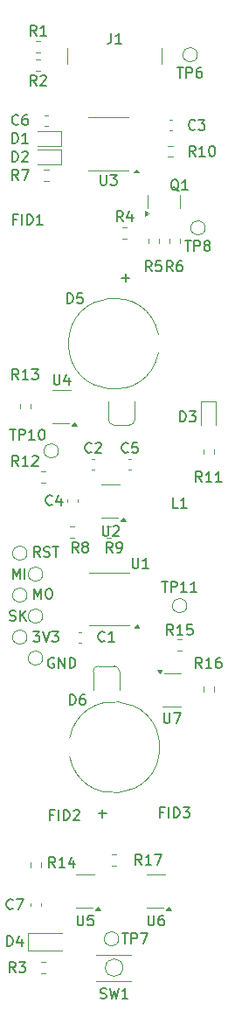
<source format=gbr>
%TF.GenerationSoftware,KiCad,Pcbnew,9.0.3*%
%TF.CreationDate,2025-09-25T22:47:40-04:00*%
%TF.ProjectId,Photon,50686f74-6f6e-42e6-9b69-6361645f7063,1.3*%
%TF.SameCoordinates,Original*%
%TF.FileFunction,Legend,Top*%
%TF.FilePolarity,Positive*%
%FSLAX46Y46*%
G04 Gerber Fmt 4.6, Leading zero omitted, Abs format (unit mm)*
G04 Created by KiCad (PCBNEW 9.0.3) date 2025-09-25 22:47:40*
%MOMM*%
%LPD*%
G01*
G04 APERTURE LIST*
%ADD10C,0.200000*%
%ADD11C,0.150000*%
%ADD12C,0.120000*%
G04 APERTURE END LIST*
D10*
X46990095Y-82303838D02*
X46894857Y-82256219D01*
X46894857Y-82256219D02*
X46752000Y-82256219D01*
X46752000Y-82256219D02*
X46609143Y-82303838D01*
X46609143Y-82303838D02*
X46513905Y-82399076D01*
X46513905Y-82399076D02*
X46466286Y-82494314D01*
X46466286Y-82494314D02*
X46418667Y-82684790D01*
X46418667Y-82684790D02*
X46418667Y-82827647D01*
X46418667Y-82827647D02*
X46466286Y-83018123D01*
X46466286Y-83018123D02*
X46513905Y-83113361D01*
X46513905Y-83113361D02*
X46609143Y-83208600D01*
X46609143Y-83208600D02*
X46752000Y-83256219D01*
X46752000Y-83256219D02*
X46847238Y-83256219D01*
X46847238Y-83256219D02*
X46990095Y-83208600D01*
X46990095Y-83208600D02*
X47037714Y-83160980D01*
X47037714Y-83160980D02*
X47037714Y-82827647D01*
X47037714Y-82827647D02*
X46847238Y-82827647D01*
X47466286Y-83256219D02*
X47466286Y-82256219D01*
X47466286Y-82256219D02*
X48037714Y-83256219D01*
X48037714Y-83256219D02*
X48037714Y-82256219D01*
X48513905Y-83256219D02*
X48513905Y-82256219D01*
X48513905Y-82256219D02*
X48752000Y-82256219D01*
X48752000Y-82256219D02*
X48894857Y-82303838D01*
X48894857Y-82303838D02*
X48990095Y-82399076D01*
X48990095Y-82399076D02*
X49037714Y-82494314D01*
X49037714Y-82494314D02*
X49085333Y-82684790D01*
X49085333Y-82684790D02*
X49085333Y-82827647D01*
X49085333Y-82827647D02*
X49037714Y-83018123D01*
X49037714Y-83018123D02*
X48990095Y-83113361D01*
X48990095Y-83113361D02*
X48894857Y-83208600D01*
X48894857Y-83208600D02*
X48752000Y-83256219D01*
X48752000Y-83256219D02*
X48513905Y-83256219D01*
X44989905Y-79716219D02*
X45608952Y-79716219D01*
X45608952Y-79716219D02*
X45275619Y-80097171D01*
X45275619Y-80097171D02*
X45418476Y-80097171D01*
X45418476Y-80097171D02*
X45513714Y-80144790D01*
X45513714Y-80144790D02*
X45561333Y-80192409D01*
X45561333Y-80192409D02*
X45608952Y-80287647D01*
X45608952Y-80287647D02*
X45608952Y-80525742D01*
X45608952Y-80525742D02*
X45561333Y-80620980D01*
X45561333Y-80620980D02*
X45513714Y-80668600D01*
X45513714Y-80668600D02*
X45418476Y-80716219D01*
X45418476Y-80716219D02*
X45132762Y-80716219D01*
X45132762Y-80716219D02*
X45037524Y-80668600D01*
X45037524Y-80668600D02*
X44989905Y-80620980D01*
X45894667Y-79716219D02*
X46228000Y-80716219D01*
X46228000Y-80716219D02*
X46561333Y-79716219D01*
X46799429Y-79716219D02*
X47418476Y-79716219D01*
X47418476Y-79716219D02*
X47085143Y-80097171D01*
X47085143Y-80097171D02*
X47228000Y-80097171D01*
X47228000Y-80097171D02*
X47323238Y-80144790D01*
X47323238Y-80144790D02*
X47370857Y-80192409D01*
X47370857Y-80192409D02*
X47418476Y-80287647D01*
X47418476Y-80287647D02*
X47418476Y-80525742D01*
X47418476Y-80525742D02*
X47370857Y-80620980D01*
X47370857Y-80620980D02*
X47323238Y-80668600D01*
X47323238Y-80668600D02*
X47228000Y-80716219D01*
X47228000Y-80716219D02*
X46942286Y-80716219D01*
X46942286Y-80716219D02*
X46847048Y-80668600D01*
X46847048Y-80668600D02*
X46799429Y-80620980D01*
X42713568Y-78629077D02*
X42856425Y-78676696D01*
X42856425Y-78676696D02*
X43094520Y-78676696D01*
X43094520Y-78676696D02*
X43189758Y-78629077D01*
X43189758Y-78629077D02*
X43237377Y-78581457D01*
X43237377Y-78581457D02*
X43284996Y-78486219D01*
X43284996Y-78486219D02*
X43284996Y-78390981D01*
X43284996Y-78390981D02*
X43237377Y-78295743D01*
X43237377Y-78295743D02*
X43189758Y-78248124D01*
X43189758Y-78248124D02*
X43094520Y-78200505D01*
X43094520Y-78200505D02*
X42904044Y-78152886D01*
X42904044Y-78152886D02*
X42808806Y-78105267D01*
X42808806Y-78105267D02*
X42761187Y-78057648D01*
X42761187Y-78057648D02*
X42713568Y-77962410D01*
X42713568Y-77962410D02*
X42713568Y-77867172D01*
X42713568Y-77867172D02*
X42761187Y-77771934D01*
X42761187Y-77771934D02*
X42808806Y-77724315D01*
X42808806Y-77724315D02*
X42904044Y-77676696D01*
X42904044Y-77676696D02*
X43142139Y-77676696D01*
X43142139Y-77676696D02*
X43284996Y-77724315D01*
X43713568Y-78676696D02*
X43713568Y-77676696D01*
X44284996Y-78676696D02*
X43856425Y-78105267D01*
X44284996Y-77676696D02*
X43713568Y-78248124D01*
X45073673Y-76575219D02*
X45073673Y-75575219D01*
X45073673Y-75575219D02*
X45407006Y-76289504D01*
X45407006Y-76289504D02*
X45740339Y-75575219D01*
X45740339Y-75575219D02*
X45740339Y-76575219D01*
X46407006Y-75575219D02*
X46597482Y-75575219D01*
X46597482Y-75575219D02*
X46692720Y-75622838D01*
X46692720Y-75622838D02*
X46787958Y-75718076D01*
X46787958Y-75718076D02*
X46835577Y-75908552D01*
X46835577Y-75908552D02*
X46835577Y-76241885D01*
X46835577Y-76241885D02*
X46787958Y-76432361D01*
X46787958Y-76432361D02*
X46692720Y-76527600D01*
X46692720Y-76527600D02*
X46597482Y-76575219D01*
X46597482Y-76575219D02*
X46407006Y-76575219D01*
X46407006Y-76575219D02*
X46311768Y-76527600D01*
X46311768Y-76527600D02*
X46216530Y-76432361D01*
X46216530Y-76432361D02*
X46168911Y-76241885D01*
X46168911Y-76241885D02*
X46168911Y-75908552D01*
X46168911Y-75908552D02*
X46216530Y-75718076D01*
X46216530Y-75718076D02*
X46311768Y-75622838D01*
X46311768Y-75622838D02*
X46407006Y-75575219D01*
X43014477Y-74626211D02*
X43014477Y-73626211D01*
X43014477Y-73626211D02*
X43347810Y-74340496D01*
X43347810Y-74340496D02*
X43681143Y-73626211D01*
X43681143Y-73626211D02*
X43681143Y-74626211D01*
X44157334Y-74626211D02*
X44157334Y-73626211D01*
X45645101Y-72511219D02*
X45311768Y-72035028D01*
X45073673Y-72511219D02*
X45073673Y-71511219D01*
X45073673Y-71511219D02*
X45454625Y-71511219D01*
X45454625Y-71511219D02*
X45549863Y-71558838D01*
X45549863Y-71558838D02*
X45597482Y-71606457D01*
X45597482Y-71606457D02*
X45645101Y-71701695D01*
X45645101Y-71701695D02*
X45645101Y-71844552D01*
X45645101Y-71844552D02*
X45597482Y-71939790D01*
X45597482Y-71939790D02*
X45549863Y-71987409D01*
X45549863Y-71987409D02*
X45454625Y-72035028D01*
X45454625Y-72035028D02*
X45073673Y-72035028D01*
X46026054Y-72463600D02*
X46168911Y-72511219D01*
X46168911Y-72511219D02*
X46407006Y-72511219D01*
X46407006Y-72511219D02*
X46502244Y-72463600D01*
X46502244Y-72463600D02*
X46549863Y-72415980D01*
X46549863Y-72415980D02*
X46597482Y-72320742D01*
X46597482Y-72320742D02*
X46597482Y-72225504D01*
X46597482Y-72225504D02*
X46549863Y-72130266D01*
X46549863Y-72130266D02*
X46502244Y-72082647D01*
X46502244Y-72082647D02*
X46407006Y-72035028D01*
X46407006Y-72035028D02*
X46216530Y-71987409D01*
X46216530Y-71987409D02*
X46121292Y-71939790D01*
X46121292Y-71939790D02*
X46073673Y-71892171D01*
X46073673Y-71892171D02*
X46026054Y-71796933D01*
X46026054Y-71796933D02*
X46026054Y-71701695D01*
X46026054Y-71701695D02*
X46073673Y-71606457D01*
X46073673Y-71606457D02*
X46121292Y-71558838D01*
X46121292Y-71558838D02*
X46216530Y-71511219D01*
X46216530Y-71511219D02*
X46454625Y-71511219D01*
X46454625Y-71511219D02*
X46597482Y-71558838D01*
X46883197Y-71511219D02*
X47454625Y-71511219D01*
X47168911Y-72511219D02*
X47168911Y-71511219D01*
X57602571Y-97210409D02*
X57269238Y-97210409D01*
X57269238Y-97734219D02*
X57269238Y-96734219D01*
X57269238Y-96734219D02*
X57745428Y-96734219D01*
X58126381Y-97734219D02*
X58126381Y-96734219D01*
X58602571Y-97734219D02*
X58602571Y-96734219D01*
X58602571Y-96734219D02*
X58840666Y-96734219D01*
X58840666Y-96734219D02*
X58983523Y-96781838D01*
X58983523Y-96781838D02*
X59078761Y-96877076D01*
X59078761Y-96877076D02*
X59126380Y-96972314D01*
X59126380Y-96972314D02*
X59173999Y-97162790D01*
X59173999Y-97162790D02*
X59173999Y-97305647D01*
X59173999Y-97305647D02*
X59126380Y-97496123D01*
X59126380Y-97496123D02*
X59078761Y-97591361D01*
X59078761Y-97591361D02*
X58983523Y-97686600D01*
X58983523Y-97686600D02*
X58840666Y-97734219D01*
X58840666Y-97734219D02*
X58602571Y-97734219D01*
X59507333Y-96734219D02*
X60126380Y-96734219D01*
X60126380Y-96734219D02*
X59793047Y-97115171D01*
X59793047Y-97115171D02*
X59935904Y-97115171D01*
X59935904Y-97115171D02*
X60031142Y-97162790D01*
X60031142Y-97162790D02*
X60078761Y-97210409D01*
X60078761Y-97210409D02*
X60126380Y-97305647D01*
X60126380Y-97305647D02*
X60126380Y-97543742D01*
X60126380Y-97543742D02*
X60078761Y-97638980D01*
X60078761Y-97638980D02*
X60031142Y-97686600D01*
X60031142Y-97686600D02*
X59935904Y-97734219D01*
X59935904Y-97734219D02*
X59650190Y-97734219D01*
X59650190Y-97734219D02*
X59554952Y-97686600D01*
X59554952Y-97686600D02*
X59507333Y-97638980D01*
X46934571Y-97464409D02*
X46601238Y-97464409D01*
X46601238Y-97988219D02*
X46601238Y-96988219D01*
X46601238Y-96988219D02*
X47077428Y-96988219D01*
X47458381Y-97988219D02*
X47458381Y-96988219D01*
X47934571Y-97988219D02*
X47934571Y-96988219D01*
X47934571Y-96988219D02*
X48172666Y-96988219D01*
X48172666Y-96988219D02*
X48315523Y-97035838D01*
X48315523Y-97035838D02*
X48410761Y-97131076D01*
X48410761Y-97131076D02*
X48458380Y-97226314D01*
X48458380Y-97226314D02*
X48505999Y-97416790D01*
X48505999Y-97416790D02*
X48505999Y-97559647D01*
X48505999Y-97559647D02*
X48458380Y-97750123D01*
X48458380Y-97750123D02*
X48410761Y-97845361D01*
X48410761Y-97845361D02*
X48315523Y-97940600D01*
X48315523Y-97940600D02*
X48172666Y-97988219D01*
X48172666Y-97988219D02*
X47934571Y-97988219D01*
X48886952Y-97083457D02*
X48934571Y-97035838D01*
X48934571Y-97035838D02*
X49029809Y-96988219D01*
X49029809Y-96988219D02*
X49267904Y-96988219D01*
X49267904Y-96988219D02*
X49363142Y-97035838D01*
X49363142Y-97035838D02*
X49410761Y-97083457D01*
X49410761Y-97083457D02*
X49458380Y-97178695D01*
X49458380Y-97178695D02*
X49458380Y-97273933D01*
X49458380Y-97273933D02*
X49410761Y-97416790D01*
X49410761Y-97416790D02*
X48839333Y-97988219D01*
X48839333Y-97988219D02*
X49458380Y-97988219D01*
X43378571Y-39806409D02*
X43045238Y-39806409D01*
X43045238Y-40330219D02*
X43045238Y-39330219D01*
X43045238Y-39330219D02*
X43521428Y-39330219D01*
X43902381Y-40330219D02*
X43902381Y-39330219D01*
X44378571Y-40330219D02*
X44378571Y-39330219D01*
X44378571Y-39330219D02*
X44616666Y-39330219D01*
X44616666Y-39330219D02*
X44759523Y-39377838D01*
X44759523Y-39377838D02*
X44854761Y-39473076D01*
X44854761Y-39473076D02*
X44902380Y-39568314D01*
X44902380Y-39568314D02*
X44949999Y-39758790D01*
X44949999Y-39758790D02*
X44949999Y-39901647D01*
X44949999Y-39901647D02*
X44902380Y-40092123D01*
X44902380Y-40092123D02*
X44854761Y-40187361D01*
X44854761Y-40187361D02*
X44759523Y-40282600D01*
X44759523Y-40282600D02*
X44616666Y-40330219D01*
X44616666Y-40330219D02*
X44378571Y-40330219D01*
X45902380Y-40330219D02*
X45330952Y-40330219D01*
X45616666Y-40330219D02*
X45616666Y-39330219D01*
X45616666Y-39330219D02*
X45521428Y-39473076D01*
X45521428Y-39473076D02*
X45426190Y-39568314D01*
X45426190Y-39568314D02*
X45330952Y-39615933D01*
X61333142Y-83256219D02*
X60999809Y-82780028D01*
X60761714Y-83256219D02*
X60761714Y-82256219D01*
X60761714Y-82256219D02*
X61142666Y-82256219D01*
X61142666Y-82256219D02*
X61237904Y-82303838D01*
X61237904Y-82303838D02*
X61285523Y-82351457D01*
X61285523Y-82351457D02*
X61333142Y-82446695D01*
X61333142Y-82446695D02*
X61333142Y-82589552D01*
X61333142Y-82589552D02*
X61285523Y-82684790D01*
X61285523Y-82684790D02*
X61237904Y-82732409D01*
X61237904Y-82732409D02*
X61142666Y-82780028D01*
X61142666Y-82780028D02*
X60761714Y-82780028D01*
X62285523Y-83256219D02*
X61714095Y-83256219D01*
X61999809Y-83256219D02*
X61999809Y-82256219D01*
X61999809Y-82256219D02*
X61904571Y-82399076D01*
X61904571Y-82399076D02*
X61809333Y-82494314D01*
X61809333Y-82494314D02*
X61714095Y-82541933D01*
X63142666Y-82256219D02*
X62952190Y-82256219D01*
X62952190Y-82256219D02*
X62856952Y-82303838D01*
X62856952Y-82303838D02*
X62809333Y-82351457D01*
X62809333Y-82351457D02*
X62714095Y-82494314D01*
X62714095Y-82494314D02*
X62666476Y-82684790D01*
X62666476Y-82684790D02*
X62666476Y-83065742D01*
X62666476Y-83065742D02*
X62714095Y-83160980D01*
X62714095Y-83160980D02*
X62761714Y-83208600D01*
X62761714Y-83208600D02*
X62856952Y-83256219D01*
X62856952Y-83256219D02*
X63047428Y-83256219D01*
X63047428Y-83256219D02*
X63142666Y-83208600D01*
X63142666Y-83208600D02*
X63190285Y-83160980D01*
X63190285Y-83160980D02*
X63237904Y-83065742D01*
X63237904Y-83065742D02*
X63237904Y-82827647D01*
X63237904Y-82827647D02*
X63190285Y-82732409D01*
X63190285Y-82732409D02*
X63142666Y-82684790D01*
X63142666Y-82684790D02*
X63047428Y-82637171D01*
X63047428Y-82637171D02*
X62856952Y-82637171D01*
X62856952Y-82637171D02*
X62761714Y-82684790D01*
X62761714Y-82684790D02*
X62714095Y-82732409D01*
X62714095Y-82732409D02*
X62666476Y-82827647D01*
X54610095Y-72604219D02*
X54610095Y-73413742D01*
X54610095Y-73413742D02*
X54657714Y-73508980D01*
X54657714Y-73508980D02*
X54705333Y-73556600D01*
X54705333Y-73556600D02*
X54800571Y-73604219D01*
X54800571Y-73604219D02*
X54991047Y-73604219D01*
X54991047Y-73604219D02*
X55086285Y-73556600D01*
X55086285Y-73556600D02*
X55133904Y-73508980D01*
X55133904Y-73508980D02*
X55181523Y-73413742D01*
X55181523Y-73413742D02*
X55181523Y-72604219D01*
X56181523Y-73604219D02*
X55610095Y-73604219D01*
X55895809Y-73604219D02*
X55895809Y-72604219D01*
X55895809Y-72604219D02*
X55800571Y-72747076D01*
X55800571Y-72747076D02*
X55705333Y-72842314D01*
X55705333Y-72842314D02*
X55610095Y-72889933D01*
X58507333Y-44839219D02*
X58174000Y-44363028D01*
X57935905Y-44839219D02*
X57935905Y-43839219D01*
X57935905Y-43839219D02*
X58316857Y-43839219D01*
X58316857Y-43839219D02*
X58412095Y-43886838D01*
X58412095Y-43886838D02*
X58459714Y-43934457D01*
X58459714Y-43934457D02*
X58507333Y-44029695D01*
X58507333Y-44029695D02*
X58507333Y-44172552D01*
X58507333Y-44172552D02*
X58459714Y-44267790D01*
X58459714Y-44267790D02*
X58412095Y-44315409D01*
X58412095Y-44315409D02*
X58316857Y-44363028D01*
X58316857Y-44363028D02*
X57935905Y-44363028D01*
X59364476Y-43839219D02*
X59174000Y-43839219D01*
X59174000Y-43839219D02*
X59078762Y-43886838D01*
X59078762Y-43886838D02*
X59031143Y-43934457D01*
X59031143Y-43934457D02*
X58935905Y-44077314D01*
X58935905Y-44077314D02*
X58888286Y-44267790D01*
X58888286Y-44267790D02*
X58888286Y-44648742D01*
X58888286Y-44648742D02*
X58935905Y-44743980D01*
X58935905Y-44743980D02*
X58983524Y-44791600D01*
X58983524Y-44791600D02*
X59078762Y-44839219D01*
X59078762Y-44839219D02*
X59269238Y-44839219D01*
X59269238Y-44839219D02*
X59364476Y-44791600D01*
X59364476Y-44791600D02*
X59412095Y-44743980D01*
X59412095Y-44743980D02*
X59459714Y-44648742D01*
X59459714Y-44648742D02*
X59459714Y-44410647D01*
X59459714Y-44410647D02*
X59412095Y-44315409D01*
X59412095Y-44315409D02*
X59364476Y-44267790D01*
X59364476Y-44267790D02*
X59269238Y-44220171D01*
X59269238Y-44220171D02*
X59078762Y-44220171D01*
X59078762Y-44220171D02*
X58983524Y-44267790D01*
X58983524Y-44267790D02*
X58935905Y-44315409D01*
X58935905Y-44315409D02*
X58888286Y-44410647D01*
X50633333Y-62332980D02*
X50585714Y-62380600D01*
X50585714Y-62380600D02*
X50442857Y-62428219D01*
X50442857Y-62428219D02*
X50347619Y-62428219D01*
X50347619Y-62428219D02*
X50204762Y-62380600D01*
X50204762Y-62380600D02*
X50109524Y-62285361D01*
X50109524Y-62285361D02*
X50061905Y-62190123D01*
X50061905Y-62190123D02*
X50014286Y-61999647D01*
X50014286Y-61999647D02*
X50014286Y-61856790D01*
X50014286Y-61856790D02*
X50061905Y-61666314D01*
X50061905Y-61666314D02*
X50109524Y-61571076D01*
X50109524Y-61571076D02*
X50204762Y-61475838D01*
X50204762Y-61475838D02*
X50347619Y-61428219D01*
X50347619Y-61428219D02*
X50442857Y-61428219D01*
X50442857Y-61428219D02*
X50585714Y-61475838D01*
X50585714Y-61475838D02*
X50633333Y-61523457D01*
X51014286Y-61523457D02*
X51061905Y-61475838D01*
X51061905Y-61475838D02*
X51157143Y-61428219D01*
X51157143Y-61428219D02*
X51395238Y-61428219D01*
X51395238Y-61428219D02*
X51490476Y-61475838D01*
X51490476Y-61475838D02*
X51538095Y-61523457D01*
X51538095Y-61523457D02*
X51585714Y-61618695D01*
X51585714Y-61618695D02*
X51585714Y-61713933D01*
X51585714Y-61713933D02*
X51538095Y-61856790D01*
X51538095Y-61856790D02*
X50966667Y-62428219D01*
X50966667Y-62428219D02*
X51585714Y-62428219D01*
X53602095Y-108926219D02*
X54173523Y-108926219D01*
X53887809Y-109926219D02*
X53887809Y-108926219D01*
X54506857Y-109926219D02*
X54506857Y-108926219D01*
X54506857Y-108926219D02*
X54887809Y-108926219D01*
X54887809Y-108926219D02*
X54983047Y-108973838D01*
X54983047Y-108973838D02*
X55030666Y-109021457D01*
X55030666Y-109021457D02*
X55078285Y-109116695D01*
X55078285Y-109116695D02*
X55078285Y-109259552D01*
X55078285Y-109259552D02*
X55030666Y-109354790D01*
X55030666Y-109354790D02*
X54983047Y-109402409D01*
X54983047Y-109402409D02*
X54887809Y-109450028D01*
X54887809Y-109450028D02*
X54506857Y-109450028D01*
X55411619Y-108926219D02*
X56078285Y-108926219D01*
X56078285Y-108926219D02*
X55649714Y-109926219D01*
X59698095Y-41870219D02*
X60269523Y-41870219D01*
X59983809Y-42870219D02*
X59983809Y-41870219D01*
X60602857Y-42870219D02*
X60602857Y-41870219D01*
X60602857Y-41870219D02*
X60983809Y-41870219D01*
X60983809Y-41870219D02*
X61079047Y-41917838D01*
X61079047Y-41917838D02*
X61126666Y-41965457D01*
X61126666Y-41965457D02*
X61174285Y-42060695D01*
X61174285Y-42060695D02*
X61174285Y-42203552D01*
X61174285Y-42203552D02*
X61126666Y-42298790D01*
X61126666Y-42298790D02*
X61079047Y-42346409D01*
X61079047Y-42346409D02*
X60983809Y-42394028D01*
X60983809Y-42394028D02*
X60602857Y-42394028D01*
X61745714Y-42298790D02*
X61650476Y-42251171D01*
X61650476Y-42251171D02*
X61602857Y-42203552D01*
X61602857Y-42203552D02*
X61555238Y-42108314D01*
X61555238Y-42108314D02*
X61555238Y-42060695D01*
X61555238Y-42060695D02*
X61602857Y-41965457D01*
X61602857Y-41965457D02*
X61650476Y-41917838D01*
X61650476Y-41917838D02*
X61745714Y-41870219D01*
X61745714Y-41870219D02*
X61936190Y-41870219D01*
X61936190Y-41870219D02*
X62031428Y-41917838D01*
X62031428Y-41917838D02*
X62079047Y-41965457D01*
X62079047Y-41965457D02*
X62126666Y-42060695D01*
X62126666Y-42060695D02*
X62126666Y-42108314D01*
X62126666Y-42108314D02*
X62079047Y-42203552D01*
X62079047Y-42203552D02*
X62031428Y-42251171D01*
X62031428Y-42251171D02*
X61936190Y-42298790D01*
X61936190Y-42298790D02*
X61745714Y-42298790D01*
X61745714Y-42298790D02*
X61650476Y-42346409D01*
X61650476Y-42346409D02*
X61602857Y-42394028D01*
X61602857Y-42394028D02*
X61555238Y-42489266D01*
X61555238Y-42489266D02*
X61555238Y-42679742D01*
X61555238Y-42679742D02*
X61602857Y-42774980D01*
X61602857Y-42774980D02*
X61650476Y-42822600D01*
X61650476Y-42822600D02*
X61745714Y-42870219D01*
X61745714Y-42870219D02*
X61936190Y-42870219D01*
X61936190Y-42870219D02*
X62031428Y-42822600D01*
X62031428Y-42822600D02*
X62079047Y-42774980D01*
X62079047Y-42774980D02*
X62126666Y-42679742D01*
X62126666Y-42679742D02*
X62126666Y-42489266D01*
X62126666Y-42489266D02*
X62079047Y-42394028D01*
X62079047Y-42394028D02*
X62031428Y-42346409D01*
X62031428Y-42346409D02*
X61936190Y-42298790D01*
X52545466Y-21804219D02*
X52545466Y-22518504D01*
X52545466Y-22518504D02*
X52497847Y-22661361D01*
X52497847Y-22661361D02*
X52402609Y-22756600D01*
X52402609Y-22756600D02*
X52259752Y-22804219D01*
X52259752Y-22804219D02*
X52164514Y-22804219D01*
X53545466Y-22804219D02*
X52974038Y-22804219D01*
X53259752Y-22804219D02*
X53259752Y-21804219D01*
X53259752Y-21804219D02*
X53164514Y-21947076D01*
X53164514Y-21947076D02*
X53069276Y-22042314D01*
X53069276Y-22042314D02*
X52974038Y-22089933D01*
X58936095Y-25106219D02*
X59507523Y-25106219D01*
X59221809Y-26106219D02*
X59221809Y-25106219D01*
X59840857Y-26106219D02*
X59840857Y-25106219D01*
X59840857Y-25106219D02*
X60221809Y-25106219D01*
X60221809Y-25106219D02*
X60317047Y-25153838D01*
X60317047Y-25153838D02*
X60364666Y-25201457D01*
X60364666Y-25201457D02*
X60412285Y-25296695D01*
X60412285Y-25296695D02*
X60412285Y-25439552D01*
X60412285Y-25439552D02*
X60364666Y-25534790D01*
X60364666Y-25534790D02*
X60317047Y-25582409D01*
X60317047Y-25582409D02*
X60221809Y-25630028D01*
X60221809Y-25630028D02*
X59840857Y-25630028D01*
X61269428Y-25106219D02*
X61078952Y-25106219D01*
X61078952Y-25106219D02*
X60983714Y-25153838D01*
X60983714Y-25153838D02*
X60936095Y-25201457D01*
X60936095Y-25201457D02*
X60840857Y-25344314D01*
X60840857Y-25344314D02*
X60793238Y-25534790D01*
X60793238Y-25534790D02*
X60793238Y-25915742D01*
X60793238Y-25915742D02*
X60840857Y-26010980D01*
X60840857Y-26010980D02*
X60888476Y-26058600D01*
X60888476Y-26058600D02*
X60983714Y-26106219D01*
X60983714Y-26106219D02*
X61174190Y-26106219D01*
X61174190Y-26106219D02*
X61269428Y-26058600D01*
X61269428Y-26058600D02*
X61317047Y-26010980D01*
X61317047Y-26010980D02*
X61364666Y-25915742D01*
X61364666Y-25915742D02*
X61364666Y-25677647D01*
X61364666Y-25677647D02*
X61317047Y-25582409D01*
X61317047Y-25582409D02*
X61269428Y-25534790D01*
X61269428Y-25534790D02*
X61174190Y-25487171D01*
X61174190Y-25487171D02*
X60983714Y-25487171D01*
X60983714Y-25487171D02*
X60888476Y-25534790D01*
X60888476Y-25534790D02*
X60840857Y-25582409D01*
X60840857Y-25582409D02*
X60793238Y-25677647D01*
X56134095Y-107188219D02*
X56134095Y-107997742D01*
X56134095Y-107997742D02*
X56181714Y-108092980D01*
X56181714Y-108092980D02*
X56229333Y-108140600D01*
X56229333Y-108140600D02*
X56324571Y-108188219D01*
X56324571Y-108188219D02*
X56515047Y-108188219D01*
X56515047Y-108188219D02*
X56610285Y-108140600D01*
X56610285Y-108140600D02*
X56657904Y-108092980D01*
X56657904Y-108092980D02*
X56705523Y-107997742D01*
X56705523Y-107997742D02*
X56705523Y-107188219D01*
X57610285Y-107188219D02*
X57419809Y-107188219D01*
X57419809Y-107188219D02*
X57324571Y-107235838D01*
X57324571Y-107235838D02*
X57276952Y-107283457D01*
X57276952Y-107283457D02*
X57181714Y-107426314D01*
X57181714Y-107426314D02*
X57134095Y-107616790D01*
X57134095Y-107616790D02*
X57134095Y-107997742D01*
X57134095Y-107997742D02*
X57181714Y-108092980D01*
X57181714Y-108092980D02*
X57229333Y-108140600D01*
X57229333Y-108140600D02*
X57324571Y-108188219D01*
X57324571Y-108188219D02*
X57515047Y-108188219D01*
X57515047Y-108188219D02*
X57610285Y-108140600D01*
X57610285Y-108140600D02*
X57657904Y-108092980D01*
X57657904Y-108092980D02*
X57705523Y-107997742D01*
X57705523Y-107997742D02*
X57705523Y-107759647D01*
X57705523Y-107759647D02*
X57657904Y-107664409D01*
X57657904Y-107664409D02*
X57610285Y-107616790D01*
X57610285Y-107616790D02*
X57515047Y-107569171D01*
X57515047Y-107569171D02*
X57324571Y-107569171D01*
X57324571Y-107569171D02*
X57229333Y-107616790D01*
X57229333Y-107616790D02*
X57181714Y-107664409D01*
X57181714Y-107664409D02*
X57134095Y-107759647D01*
X46823333Y-67412980D02*
X46775714Y-67460600D01*
X46775714Y-67460600D02*
X46632857Y-67508219D01*
X46632857Y-67508219D02*
X46537619Y-67508219D01*
X46537619Y-67508219D02*
X46394762Y-67460600D01*
X46394762Y-67460600D02*
X46299524Y-67365361D01*
X46299524Y-67365361D02*
X46251905Y-67270123D01*
X46251905Y-67270123D02*
X46204286Y-67079647D01*
X46204286Y-67079647D02*
X46204286Y-66936790D01*
X46204286Y-66936790D02*
X46251905Y-66746314D01*
X46251905Y-66746314D02*
X46299524Y-66651076D01*
X46299524Y-66651076D02*
X46394762Y-66555838D01*
X46394762Y-66555838D02*
X46537619Y-66508219D01*
X46537619Y-66508219D02*
X46632857Y-66508219D01*
X46632857Y-66508219D02*
X46775714Y-66555838D01*
X46775714Y-66555838D02*
X46823333Y-66603457D01*
X47680476Y-66841552D02*
X47680476Y-67508219D01*
X47442381Y-66460600D02*
X47204286Y-67174885D01*
X47204286Y-67174885D02*
X47823333Y-67174885D01*
X49276095Y-107188219D02*
X49276095Y-107997742D01*
X49276095Y-107997742D02*
X49323714Y-108092980D01*
X49323714Y-108092980D02*
X49371333Y-108140600D01*
X49371333Y-108140600D02*
X49466571Y-108188219D01*
X49466571Y-108188219D02*
X49657047Y-108188219D01*
X49657047Y-108188219D02*
X49752285Y-108140600D01*
X49752285Y-108140600D02*
X49799904Y-108092980D01*
X49799904Y-108092980D02*
X49847523Y-107997742D01*
X49847523Y-107997742D02*
X49847523Y-107188219D01*
X50799904Y-107188219D02*
X50323714Y-107188219D01*
X50323714Y-107188219D02*
X50276095Y-107664409D01*
X50276095Y-107664409D02*
X50323714Y-107616790D01*
X50323714Y-107616790D02*
X50418952Y-107569171D01*
X50418952Y-107569171D02*
X50657047Y-107569171D01*
X50657047Y-107569171D02*
X50752285Y-107616790D01*
X50752285Y-107616790D02*
X50799904Y-107664409D01*
X50799904Y-107664409D02*
X50847523Y-107759647D01*
X50847523Y-107759647D02*
X50847523Y-107997742D01*
X50847523Y-107997742D02*
X50799904Y-108092980D01*
X50799904Y-108092980D02*
X50752285Y-108140600D01*
X50752285Y-108140600D02*
X50657047Y-108188219D01*
X50657047Y-108188219D02*
X50418952Y-108188219D01*
X50418952Y-108188219D02*
X50323714Y-108140600D01*
X50323714Y-108140600D02*
X50276095Y-108092980D01*
X52665333Y-72080219D02*
X52332000Y-71604028D01*
X52093905Y-72080219D02*
X52093905Y-71080219D01*
X52093905Y-71080219D02*
X52474857Y-71080219D01*
X52474857Y-71080219D02*
X52570095Y-71127838D01*
X52570095Y-71127838D02*
X52617714Y-71175457D01*
X52617714Y-71175457D02*
X52665333Y-71270695D01*
X52665333Y-71270695D02*
X52665333Y-71413552D01*
X52665333Y-71413552D02*
X52617714Y-71508790D01*
X52617714Y-71508790D02*
X52570095Y-71556409D01*
X52570095Y-71556409D02*
X52474857Y-71604028D01*
X52474857Y-71604028D02*
X52093905Y-71604028D01*
X53141524Y-72080219D02*
X53332000Y-72080219D01*
X53332000Y-72080219D02*
X53427238Y-72032600D01*
X53427238Y-72032600D02*
X53474857Y-71984980D01*
X53474857Y-71984980D02*
X53570095Y-71842123D01*
X53570095Y-71842123D02*
X53617714Y-71651647D01*
X53617714Y-71651647D02*
X53617714Y-71270695D01*
X53617714Y-71270695D02*
X53570095Y-71175457D01*
X53570095Y-71175457D02*
X53522476Y-71127838D01*
X53522476Y-71127838D02*
X53427238Y-71080219D01*
X53427238Y-71080219D02*
X53236762Y-71080219D01*
X53236762Y-71080219D02*
X53141524Y-71127838D01*
X53141524Y-71127838D02*
X53093905Y-71175457D01*
X53093905Y-71175457D02*
X53046286Y-71270695D01*
X53046286Y-71270695D02*
X53046286Y-71508790D01*
X53046286Y-71508790D02*
X53093905Y-71604028D01*
X53093905Y-71604028D02*
X53141524Y-71651647D01*
X53141524Y-71651647D02*
X53236762Y-71699266D01*
X53236762Y-71699266D02*
X53427238Y-71699266D01*
X53427238Y-71699266D02*
X53522476Y-71651647D01*
X53522476Y-71651647D02*
X53570095Y-71604028D01*
X53570095Y-71604028D02*
X53617714Y-71508790D01*
X42441905Y-110180219D02*
X42441905Y-109180219D01*
X42441905Y-109180219D02*
X42680000Y-109180219D01*
X42680000Y-109180219D02*
X42822857Y-109227838D01*
X42822857Y-109227838D02*
X42918095Y-109323076D01*
X42918095Y-109323076D02*
X42965714Y-109418314D01*
X42965714Y-109418314D02*
X43013333Y-109608790D01*
X43013333Y-109608790D02*
X43013333Y-109751647D01*
X43013333Y-109751647D02*
X42965714Y-109942123D01*
X42965714Y-109942123D02*
X42918095Y-110037361D01*
X42918095Y-110037361D02*
X42822857Y-110132600D01*
X42822857Y-110132600D02*
X42680000Y-110180219D01*
X42680000Y-110180219D02*
X42441905Y-110180219D01*
X43870476Y-109513552D02*
X43870476Y-110180219D01*
X43632381Y-109132600D02*
X43394286Y-109846885D01*
X43394286Y-109846885D02*
X44013333Y-109846885D01*
X54189333Y-62332980D02*
X54141714Y-62380600D01*
X54141714Y-62380600D02*
X53998857Y-62428219D01*
X53998857Y-62428219D02*
X53903619Y-62428219D01*
X53903619Y-62428219D02*
X53760762Y-62380600D01*
X53760762Y-62380600D02*
X53665524Y-62285361D01*
X53665524Y-62285361D02*
X53617905Y-62190123D01*
X53617905Y-62190123D02*
X53570286Y-61999647D01*
X53570286Y-61999647D02*
X53570286Y-61856790D01*
X53570286Y-61856790D02*
X53617905Y-61666314D01*
X53617905Y-61666314D02*
X53665524Y-61571076D01*
X53665524Y-61571076D02*
X53760762Y-61475838D01*
X53760762Y-61475838D02*
X53903619Y-61428219D01*
X53903619Y-61428219D02*
X53998857Y-61428219D01*
X53998857Y-61428219D02*
X54141714Y-61475838D01*
X54141714Y-61475838D02*
X54189333Y-61523457D01*
X55094095Y-61428219D02*
X54617905Y-61428219D01*
X54617905Y-61428219D02*
X54570286Y-61904409D01*
X54570286Y-61904409D02*
X54617905Y-61856790D01*
X54617905Y-61856790D02*
X54713143Y-61809171D01*
X54713143Y-61809171D02*
X54951238Y-61809171D01*
X54951238Y-61809171D02*
X55046476Y-61856790D01*
X55046476Y-61856790D02*
X55094095Y-61904409D01*
X55094095Y-61904409D02*
X55141714Y-61999647D01*
X55141714Y-61999647D02*
X55141714Y-62237742D01*
X55141714Y-62237742D02*
X55094095Y-62332980D01*
X55094095Y-62332980D02*
X55046476Y-62380600D01*
X55046476Y-62380600D02*
X54951238Y-62428219D01*
X54951238Y-62428219D02*
X54713143Y-62428219D01*
X54713143Y-62428219D02*
X54617905Y-62380600D01*
X54617905Y-62380600D02*
X54570286Y-62332980D01*
X57443905Y-74890219D02*
X58015333Y-74890219D01*
X57729619Y-75890219D02*
X57729619Y-74890219D01*
X58348667Y-75890219D02*
X58348667Y-74890219D01*
X58348667Y-74890219D02*
X58729619Y-74890219D01*
X58729619Y-74890219D02*
X58824857Y-74937838D01*
X58824857Y-74937838D02*
X58872476Y-74985457D01*
X58872476Y-74985457D02*
X58920095Y-75080695D01*
X58920095Y-75080695D02*
X58920095Y-75223552D01*
X58920095Y-75223552D02*
X58872476Y-75318790D01*
X58872476Y-75318790D02*
X58824857Y-75366409D01*
X58824857Y-75366409D02*
X58729619Y-75414028D01*
X58729619Y-75414028D02*
X58348667Y-75414028D01*
X59872476Y-75890219D02*
X59301048Y-75890219D01*
X59586762Y-75890219D02*
X59586762Y-74890219D01*
X59586762Y-74890219D02*
X59491524Y-75033076D01*
X59491524Y-75033076D02*
X59396286Y-75128314D01*
X59396286Y-75128314D02*
X59301048Y-75175933D01*
X60824857Y-75890219D02*
X60253429Y-75890219D01*
X60539143Y-75890219D02*
X60539143Y-74890219D01*
X60539143Y-74890219D02*
X60443905Y-75033076D01*
X60443905Y-75033076D02*
X60348667Y-75128314D01*
X60348667Y-75128314D02*
X60253429Y-75175933D01*
X53681333Y-40013219D02*
X53348000Y-39537028D01*
X53109905Y-40013219D02*
X53109905Y-39013219D01*
X53109905Y-39013219D02*
X53490857Y-39013219D01*
X53490857Y-39013219D02*
X53586095Y-39060838D01*
X53586095Y-39060838D02*
X53633714Y-39108457D01*
X53633714Y-39108457D02*
X53681333Y-39203695D01*
X53681333Y-39203695D02*
X53681333Y-39346552D01*
X53681333Y-39346552D02*
X53633714Y-39441790D01*
X53633714Y-39441790D02*
X53586095Y-39489409D01*
X53586095Y-39489409D02*
X53490857Y-39537028D01*
X53490857Y-39537028D02*
X53109905Y-39537028D01*
X54538476Y-39346552D02*
X54538476Y-40013219D01*
X54300381Y-38965600D02*
X54062286Y-39679885D01*
X54062286Y-39679885D02*
X54681333Y-39679885D01*
X51903333Y-80620980D02*
X51855714Y-80668600D01*
X51855714Y-80668600D02*
X51712857Y-80716219D01*
X51712857Y-80716219D02*
X51617619Y-80716219D01*
X51617619Y-80716219D02*
X51474762Y-80668600D01*
X51474762Y-80668600D02*
X51379524Y-80573361D01*
X51379524Y-80573361D02*
X51331905Y-80478123D01*
X51331905Y-80478123D02*
X51284286Y-80287647D01*
X51284286Y-80287647D02*
X51284286Y-80144790D01*
X51284286Y-80144790D02*
X51331905Y-79954314D01*
X51331905Y-79954314D02*
X51379524Y-79859076D01*
X51379524Y-79859076D02*
X51474762Y-79763838D01*
X51474762Y-79763838D02*
X51617619Y-79716219D01*
X51617619Y-79716219D02*
X51712857Y-79716219D01*
X51712857Y-79716219D02*
X51855714Y-79763838D01*
X51855714Y-79763838D02*
X51903333Y-79811457D01*
X52855714Y-80716219D02*
X52284286Y-80716219D01*
X52570000Y-80716219D02*
X52570000Y-79716219D01*
X52570000Y-79716219D02*
X52474762Y-79859076D01*
X52474762Y-79859076D02*
X52379524Y-79954314D01*
X52379524Y-79954314D02*
X52284286Y-80001933D01*
X46990095Y-54824219D02*
X46990095Y-55633742D01*
X46990095Y-55633742D02*
X47037714Y-55728980D01*
X47037714Y-55728980D02*
X47085333Y-55776600D01*
X47085333Y-55776600D02*
X47180571Y-55824219D01*
X47180571Y-55824219D02*
X47371047Y-55824219D01*
X47371047Y-55824219D02*
X47466285Y-55776600D01*
X47466285Y-55776600D02*
X47513904Y-55728980D01*
X47513904Y-55728980D02*
X47561523Y-55633742D01*
X47561523Y-55633742D02*
X47561523Y-54824219D01*
X48466285Y-55157552D02*
X48466285Y-55824219D01*
X48228190Y-54776600D02*
X47990095Y-55490885D01*
X47990095Y-55490885D02*
X48609142Y-55490885D01*
X45299333Y-26868219D02*
X44966000Y-26392028D01*
X44727905Y-26868219D02*
X44727905Y-25868219D01*
X44727905Y-25868219D02*
X45108857Y-25868219D01*
X45108857Y-25868219D02*
X45204095Y-25915838D01*
X45204095Y-25915838D02*
X45251714Y-25963457D01*
X45251714Y-25963457D02*
X45299333Y-26058695D01*
X45299333Y-26058695D02*
X45299333Y-26201552D01*
X45299333Y-26201552D02*
X45251714Y-26296790D01*
X45251714Y-26296790D02*
X45204095Y-26344409D01*
X45204095Y-26344409D02*
X45108857Y-26392028D01*
X45108857Y-26392028D02*
X44727905Y-26392028D01*
X45680286Y-25963457D02*
X45727905Y-25915838D01*
X45727905Y-25915838D02*
X45823143Y-25868219D01*
X45823143Y-25868219D02*
X46061238Y-25868219D01*
X46061238Y-25868219D02*
X46156476Y-25915838D01*
X46156476Y-25915838D02*
X46204095Y-25963457D01*
X46204095Y-25963457D02*
X46251714Y-26058695D01*
X46251714Y-26058695D02*
X46251714Y-26153933D01*
X46251714Y-26153933D02*
X46204095Y-26296790D01*
X46204095Y-26296790D02*
X45632667Y-26868219D01*
X45632667Y-26868219D02*
X46251714Y-26868219D01*
X45299333Y-22042219D02*
X44966000Y-21566028D01*
X44727905Y-22042219D02*
X44727905Y-21042219D01*
X44727905Y-21042219D02*
X45108857Y-21042219D01*
X45108857Y-21042219D02*
X45204095Y-21089838D01*
X45204095Y-21089838D02*
X45251714Y-21137457D01*
X45251714Y-21137457D02*
X45299333Y-21232695D01*
X45299333Y-21232695D02*
X45299333Y-21375552D01*
X45299333Y-21375552D02*
X45251714Y-21470790D01*
X45251714Y-21470790D02*
X45204095Y-21518409D01*
X45204095Y-21518409D02*
X45108857Y-21566028D01*
X45108857Y-21566028D02*
X44727905Y-21566028D01*
X46251714Y-22042219D02*
X45680286Y-22042219D01*
X45966000Y-22042219D02*
X45966000Y-21042219D01*
X45966000Y-21042219D02*
X45870762Y-21185076D01*
X45870762Y-21185076D02*
X45775524Y-21280314D01*
X45775524Y-21280314D02*
X45680286Y-21327933D01*
X51498667Y-115212600D02*
X51641524Y-115260219D01*
X51641524Y-115260219D02*
X51879619Y-115260219D01*
X51879619Y-115260219D02*
X51974857Y-115212600D01*
X51974857Y-115212600D02*
X52022476Y-115164980D01*
X52022476Y-115164980D02*
X52070095Y-115069742D01*
X52070095Y-115069742D02*
X52070095Y-114974504D01*
X52070095Y-114974504D02*
X52022476Y-114879266D01*
X52022476Y-114879266D02*
X51974857Y-114831647D01*
X51974857Y-114831647D02*
X51879619Y-114784028D01*
X51879619Y-114784028D02*
X51689143Y-114736409D01*
X51689143Y-114736409D02*
X51593905Y-114688790D01*
X51593905Y-114688790D02*
X51546286Y-114641171D01*
X51546286Y-114641171D02*
X51498667Y-114545933D01*
X51498667Y-114545933D02*
X51498667Y-114450695D01*
X51498667Y-114450695D02*
X51546286Y-114355457D01*
X51546286Y-114355457D02*
X51593905Y-114307838D01*
X51593905Y-114307838D02*
X51689143Y-114260219D01*
X51689143Y-114260219D02*
X51927238Y-114260219D01*
X51927238Y-114260219D02*
X52070095Y-114307838D01*
X52403429Y-114260219D02*
X52641524Y-115260219D01*
X52641524Y-115260219D02*
X52832000Y-114545933D01*
X52832000Y-114545933D02*
X53022476Y-115260219D01*
X53022476Y-115260219D02*
X53260572Y-114260219D01*
X54165333Y-115260219D02*
X53593905Y-115260219D01*
X53879619Y-115260219D02*
X53879619Y-114260219D01*
X53879619Y-114260219D02*
X53784381Y-114403076D01*
X53784381Y-114403076D02*
X53689143Y-114498314D01*
X53689143Y-114498314D02*
X53593905Y-114545933D01*
X42949905Y-34234219D02*
X42949905Y-33234219D01*
X42949905Y-33234219D02*
X43188000Y-33234219D01*
X43188000Y-33234219D02*
X43330857Y-33281838D01*
X43330857Y-33281838D02*
X43426095Y-33377076D01*
X43426095Y-33377076D02*
X43473714Y-33472314D01*
X43473714Y-33472314D02*
X43521333Y-33662790D01*
X43521333Y-33662790D02*
X43521333Y-33805647D01*
X43521333Y-33805647D02*
X43473714Y-33996123D01*
X43473714Y-33996123D02*
X43426095Y-34091361D01*
X43426095Y-34091361D02*
X43330857Y-34186600D01*
X43330857Y-34186600D02*
X43188000Y-34234219D01*
X43188000Y-34234219D02*
X42949905Y-34234219D01*
X43902286Y-33329457D02*
X43949905Y-33281838D01*
X43949905Y-33281838D02*
X44045143Y-33234219D01*
X44045143Y-33234219D02*
X44283238Y-33234219D01*
X44283238Y-33234219D02*
X44378476Y-33281838D01*
X44378476Y-33281838D02*
X44426095Y-33329457D01*
X44426095Y-33329457D02*
X44473714Y-33424695D01*
X44473714Y-33424695D02*
X44473714Y-33519933D01*
X44473714Y-33519933D02*
X44426095Y-33662790D01*
X44426095Y-33662790D02*
X43854667Y-34234219D01*
X43854667Y-34234219D02*
X44473714Y-34234219D01*
X60701142Y-33702219D02*
X60367809Y-33226028D01*
X60129714Y-33702219D02*
X60129714Y-32702219D01*
X60129714Y-32702219D02*
X60510666Y-32702219D01*
X60510666Y-32702219D02*
X60605904Y-32749838D01*
X60605904Y-32749838D02*
X60653523Y-32797457D01*
X60653523Y-32797457D02*
X60701142Y-32892695D01*
X60701142Y-32892695D02*
X60701142Y-33035552D01*
X60701142Y-33035552D02*
X60653523Y-33130790D01*
X60653523Y-33130790D02*
X60605904Y-33178409D01*
X60605904Y-33178409D02*
X60510666Y-33226028D01*
X60510666Y-33226028D02*
X60129714Y-33226028D01*
X61653523Y-33702219D02*
X61082095Y-33702219D01*
X61367809Y-33702219D02*
X61367809Y-32702219D01*
X61367809Y-32702219D02*
X61272571Y-32845076D01*
X61272571Y-32845076D02*
X61177333Y-32940314D01*
X61177333Y-32940314D02*
X61082095Y-32987933D01*
X62272571Y-32702219D02*
X62367809Y-32702219D01*
X62367809Y-32702219D02*
X62463047Y-32749838D01*
X62463047Y-32749838D02*
X62510666Y-32797457D01*
X62510666Y-32797457D02*
X62558285Y-32892695D01*
X62558285Y-32892695D02*
X62605904Y-33083171D01*
X62605904Y-33083171D02*
X62605904Y-33321266D01*
X62605904Y-33321266D02*
X62558285Y-33511742D01*
X62558285Y-33511742D02*
X62510666Y-33606980D01*
X62510666Y-33606980D02*
X62463047Y-33654600D01*
X62463047Y-33654600D02*
X62367809Y-33702219D01*
X62367809Y-33702219D02*
X62272571Y-33702219D01*
X62272571Y-33702219D02*
X62177333Y-33654600D01*
X62177333Y-33654600D02*
X62129714Y-33606980D01*
X62129714Y-33606980D02*
X62082095Y-33511742D01*
X62082095Y-33511742D02*
X62034476Y-33321266D01*
X62034476Y-33321266D02*
X62034476Y-33083171D01*
X62034476Y-33083171D02*
X62082095Y-32892695D01*
X62082095Y-32892695D02*
X62129714Y-32797457D01*
X62129714Y-32797457D02*
X62177333Y-32749838D01*
X62177333Y-32749838D02*
X62272571Y-32702219D01*
X43541333Y-35992219D02*
X43208000Y-35516028D01*
X42969905Y-35992219D02*
X42969905Y-34992219D01*
X42969905Y-34992219D02*
X43350857Y-34992219D01*
X43350857Y-34992219D02*
X43446095Y-35039838D01*
X43446095Y-35039838D02*
X43493714Y-35087457D01*
X43493714Y-35087457D02*
X43541333Y-35182695D01*
X43541333Y-35182695D02*
X43541333Y-35325552D01*
X43541333Y-35325552D02*
X43493714Y-35420790D01*
X43493714Y-35420790D02*
X43446095Y-35468409D01*
X43446095Y-35468409D02*
X43350857Y-35516028D01*
X43350857Y-35516028D02*
X42969905Y-35516028D01*
X43874667Y-34992219D02*
X44541333Y-34992219D01*
X44541333Y-34992219D02*
X44112762Y-35992219D01*
X43553142Y-63698219D02*
X43219809Y-63222028D01*
X42981714Y-63698219D02*
X42981714Y-62698219D01*
X42981714Y-62698219D02*
X43362666Y-62698219D01*
X43362666Y-62698219D02*
X43457904Y-62745838D01*
X43457904Y-62745838D02*
X43505523Y-62793457D01*
X43505523Y-62793457D02*
X43553142Y-62888695D01*
X43553142Y-62888695D02*
X43553142Y-63031552D01*
X43553142Y-63031552D02*
X43505523Y-63126790D01*
X43505523Y-63126790D02*
X43457904Y-63174409D01*
X43457904Y-63174409D02*
X43362666Y-63222028D01*
X43362666Y-63222028D02*
X42981714Y-63222028D01*
X44505523Y-63698219D02*
X43934095Y-63698219D01*
X44219809Y-63698219D02*
X44219809Y-62698219D01*
X44219809Y-62698219D02*
X44124571Y-62841076D01*
X44124571Y-62841076D02*
X44029333Y-62936314D01*
X44029333Y-62936314D02*
X43934095Y-62983933D01*
X44886476Y-62793457D02*
X44934095Y-62745838D01*
X44934095Y-62745838D02*
X45029333Y-62698219D01*
X45029333Y-62698219D02*
X45267428Y-62698219D01*
X45267428Y-62698219D02*
X45362666Y-62745838D01*
X45362666Y-62745838D02*
X45410285Y-62793457D01*
X45410285Y-62793457D02*
X45457904Y-62888695D01*
X45457904Y-62888695D02*
X45457904Y-62983933D01*
X45457904Y-62983933D02*
X45410285Y-63126790D01*
X45410285Y-63126790D02*
X44838857Y-63698219D01*
X44838857Y-63698219D02*
X45457904Y-63698219D01*
X57658095Y-87590219D02*
X57658095Y-88399742D01*
X57658095Y-88399742D02*
X57705714Y-88494980D01*
X57705714Y-88494980D02*
X57753333Y-88542600D01*
X57753333Y-88542600D02*
X57848571Y-88590219D01*
X57848571Y-88590219D02*
X58039047Y-88590219D01*
X58039047Y-88590219D02*
X58134285Y-88542600D01*
X58134285Y-88542600D02*
X58181904Y-88494980D01*
X58181904Y-88494980D02*
X58229523Y-88399742D01*
X58229523Y-88399742D02*
X58229523Y-87590219D01*
X58610476Y-87590219D02*
X59277142Y-87590219D01*
X59277142Y-87590219D02*
X58848571Y-88590219D01*
X47109142Y-102560219D02*
X46775809Y-102084028D01*
X46537714Y-102560219D02*
X46537714Y-101560219D01*
X46537714Y-101560219D02*
X46918666Y-101560219D01*
X46918666Y-101560219D02*
X47013904Y-101607838D01*
X47013904Y-101607838D02*
X47061523Y-101655457D01*
X47061523Y-101655457D02*
X47109142Y-101750695D01*
X47109142Y-101750695D02*
X47109142Y-101893552D01*
X47109142Y-101893552D02*
X47061523Y-101988790D01*
X47061523Y-101988790D02*
X47013904Y-102036409D01*
X47013904Y-102036409D02*
X46918666Y-102084028D01*
X46918666Y-102084028D02*
X46537714Y-102084028D01*
X48061523Y-102560219D02*
X47490095Y-102560219D01*
X47775809Y-102560219D02*
X47775809Y-101560219D01*
X47775809Y-101560219D02*
X47680571Y-101703076D01*
X47680571Y-101703076D02*
X47585333Y-101798314D01*
X47585333Y-101798314D02*
X47490095Y-101845933D01*
X48918666Y-101893552D02*
X48918666Y-102560219D01*
X48680571Y-101512600D02*
X48442476Y-102226885D01*
X48442476Y-102226885D02*
X49061523Y-102226885D01*
X43267333Y-112720219D02*
X42934000Y-112244028D01*
X42695905Y-112720219D02*
X42695905Y-111720219D01*
X42695905Y-111720219D02*
X43076857Y-111720219D01*
X43076857Y-111720219D02*
X43172095Y-111767838D01*
X43172095Y-111767838D02*
X43219714Y-111815457D01*
X43219714Y-111815457D02*
X43267333Y-111910695D01*
X43267333Y-111910695D02*
X43267333Y-112053552D01*
X43267333Y-112053552D02*
X43219714Y-112148790D01*
X43219714Y-112148790D02*
X43172095Y-112196409D01*
X43172095Y-112196409D02*
X43076857Y-112244028D01*
X43076857Y-112244028D02*
X42695905Y-112244028D01*
X43600667Y-111720219D02*
X44219714Y-111720219D01*
X44219714Y-111720219D02*
X43886381Y-112101171D01*
X43886381Y-112101171D02*
X44029238Y-112101171D01*
X44029238Y-112101171D02*
X44124476Y-112148790D01*
X44124476Y-112148790D02*
X44172095Y-112196409D01*
X44172095Y-112196409D02*
X44219714Y-112291647D01*
X44219714Y-112291647D02*
X44219714Y-112529742D01*
X44219714Y-112529742D02*
X44172095Y-112624980D01*
X44172095Y-112624980D02*
X44124476Y-112672600D01*
X44124476Y-112672600D02*
X44029238Y-112720219D01*
X44029238Y-112720219D02*
X43743524Y-112720219D01*
X43743524Y-112720219D02*
X43648286Y-112672600D01*
X43648286Y-112672600D02*
X43600667Y-112624980D01*
X59205905Y-59397289D02*
X59205905Y-58397289D01*
X59205905Y-58397289D02*
X59444000Y-58397289D01*
X59444000Y-58397289D02*
X59586857Y-58444908D01*
X59586857Y-58444908D02*
X59682095Y-58540146D01*
X59682095Y-58540146D02*
X59729714Y-58635384D01*
X59729714Y-58635384D02*
X59777333Y-58825860D01*
X59777333Y-58825860D02*
X59777333Y-58968717D01*
X59777333Y-58968717D02*
X59729714Y-59159193D01*
X59729714Y-59159193D02*
X59682095Y-59254431D01*
X59682095Y-59254431D02*
X59586857Y-59349670D01*
X59586857Y-59349670D02*
X59444000Y-59397289D01*
X59444000Y-59397289D02*
X59205905Y-59397289D01*
X60110667Y-58397289D02*
X60729714Y-58397289D01*
X60729714Y-58397289D02*
X60396381Y-58778241D01*
X60396381Y-58778241D02*
X60539238Y-58778241D01*
X60539238Y-58778241D02*
X60634476Y-58825860D01*
X60634476Y-58825860D02*
X60682095Y-58873479D01*
X60682095Y-58873479D02*
X60729714Y-58968717D01*
X60729714Y-58968717D02*
X60729714Y-59206812D01*
X60729714Y-59206812D02*
X60682095Y-59302050D01*
X60682095Y-59302050D02*
X60634476Y-59349670D01*
X60634476Y-59349670D02*
X60539238Y-59397289D01*
X60539238Y-59397289D02*
X60253524Y-59397289D01*
X60253524Y-59397289D02*
X60158286Y-59349670D01*
X60158286Y-59349670D02*
X60110667Y-59302050D01*
X56475333Y-44839219D02*
X56142000Y-44363028D01*
X55903905Y-44839219D02*
X55903905Y-43839219D01*
X55903905Y-43839219D02*
X56284857Y-43839219D01*
X56284857Y-43839219D02*
X56380095Y-43886838D01*
X56380095Y-43886838D02*
X56427714Y-43934457D01*
X56427714Y-43934457D02*
X56475333Y-44029695D01*
X56475333Y-44029695D02*
X56475333Y-44172552D01*
X56475333Y-44172552D02*
X56427714Y-44267790D01*
X56427714Y-44267790D02*
X56380095Y-44315409D01*
X56380095Y-44315409D02*
X56284857Y-44363028D01*
X56284857Y-44363028D02*
X55903905Y-44363028D01*
X57380095Y-43839219D02*
X56903905Y-43839219D01*
X56903905Y-43839219D02*
X56856286Y-44315409D01*
X56856286Y-44315409D02*
X56903905Y-44267790D01*
X56903905Y-44267790D02*
X56999143Y-44220171D01*
X56999143Y-44220171D02*
X57237238Y-44220171D01*
X57237238Y-44220171D02*
X57332476Y-44267790D01*
X57332476Y-44267790D02*
X57380095Y-44315409D01*
X57380095Y-44315409D02*
X57427714Y-44410647D01*
X57427714Y-44410647D02*
X57427714Y-44648742D01*
X57427714Y-44648742D02*
X57380095Y-44743980D01*
X57380095Y-44743980D02*
X57332476Y-44791600D01*
X57332476Y-44791600D02*
X57237238Y-44839219D01*
X57237238Y-44839219D02*
X56999143Y-44839219D01*
X56999143Y-44839219D02*
X56903905Y-44791600D01*
X56903905Y-44791600D02*
X56856286Y-44743980D01*
X59015333Y-67762219D02*
X58539143Y-67762219D01*
X58539143Y-67762219D02*
X58539143Y-66762219D01*
X59872476Y-67762219D02*
X59301048Y-67762219D01*
X59586762Y-67762219D02*
X59586762Y-66762219D01*
X59586762Y-66762219D02*
X59491524Y-66905076D01*
X59491524Y-66905076D02*
X59396286Y-67000314D01*
X59396286Y-67000314D02*
X59301048Y-67047933D01*
X61333142Y-65227396D02*
X60999809Y-64751205D01*
X60761714Y-65227396D02*
X60761714Y-64227396D01*
X60761714Y-64227396D02*
X61142666Y-64227396D01*
X61142666Y-64227396D02*
X61237904Y-64275015D01*
X61237904Y-64275015D02*
X61285523Y-64322634D01*
X61285523Y-64322634D02*
X61333142Y-64417872D01*
X61333142Y-64417872D02*
X61333142Y-64560729D01*
X61333142Y-64560729D02*
X61285523Y-64655967D01*
X61285523Y-64655967D02*
X61237904Y-64703586D01*
X61237904Y-64703586D02*
X61142666Y-64751205D01*
X61142666Y-64751205D02*
X60761714Y-64751205D01*
X62285523Y-65227396D02*
X61714095Y-65227396D01*
X61999809Y-65227396D02*
X61999809Y-64227396D01*
X61999809Y-64227396D02*
X61904571Y-64370253D01*
X61904571Y-64370253D02*
X61809333Y-64465491D01*
X61809333Y-64465491D02*
X61714095Y-64513110D01*
X63237904Y-65227396D02*
X62666476Y-65227396D01*
X62952190Y-65227396D02*
X62952190Y-64227396D01*
X62952190Y-64227396D02*
X62856952Y-64370253D01*
X62856952Y-64370253D02*
X62761714Y-64465491D01*
X62761714Y-64465491D02*
X62666476Y-64513110D01*
X48283905Y-47950219D02*
X48283905Y-46950219D01*
X48283905Y-46950219D02*
X48522000Y-46950219D01*
X48522000Y-46950219D02*
X48664857Y-46997838D01*
X48664857Y-46997838D02*
X48760095Y-47093076D01*
X48760095Y-47093076D02*
X48807714Y-47188314D01*
X48807714Y-47188314D02*
X48855333Y-47378790D01*
X48855333Y-47378790D02*
X48855333Y-47521647D01*
X48855333Y-47521647D02*
X48807714Y-47712123D01*
X48807714Y-47712123D02*
X48760095Y-47807361D01*
X48760095Y-47807361D02*
X48664857Y-47902600D01*
X48664857Y-47902600D02*
X48522000Y-47950219D01*
X48522000Y-47950219D02*
X48283905Y-47950219D01*
X49760095Y-46950219D02*
X49283905Y-46950219D01*
X49283905Y-46950219D02*
X49236286Y-47426409D01*
X49236286Y-47426409D02*
X49283905Y-47378790D01*
X49283905Y-47378790D02*
X49379143Y-47331171D01*
X49379143Y-47331171D02*
X49617238Y-47331171D01*
X49617238Y-47331171D02*
X49712476Y-47378790D01*
X49712476Y-47378790D02*
X49760095Y-47426409D01*
X49760095Y-47426409D02*
X49807714Y-47521647D01*
X49807714Y-47521647D02*
X49807714Y-47759742D01*
X49807714Y-47759742D02*
X49760095Y-47854980D01*
X49760095Y-47854980D02*
X49712476Y-47902600D01*
X49712476Y-47902600D02*
X49617238Y-47950219D01*
X49617238Y-47950219D02*
X49379143Y-47950219D01*
X49379143Y-47950219D02*
X49283905Y-47902600D01*
X49283905Y-47902600D02*
X49236286Y-47854980D01*
D11*
X53953890Y-45078279D02*
X53953890Y-45840184D01*
X53572937Y-45459231D02*
X54334842Y-45459231D01*
D10*
X43013333Y-106528980D02*
X42965714Y-106576600D01*
X42965714Y-106576600D02*
X42822857Y-106624219D01*
X42822857Y-106624219D02*
X42727619Y-106624219D01*
X42727619Y-106624219D02*
X42584762Y-106576600D01*
X42584762Y-106576600D02*
X42489524Y-106481361D01*
X42489524Y-106481361D02*
X42441905Y-106386123D01*
X42441905Y-106386123D02*
X42394286Y-106195647D01*
X42394286Y-106195647D02*
X42394286Y-106052790D01*
X42394286Y-106052790D02*
X42441905Y-105862314D01*
X42441905Y-105862314D02*
X42489524Y-105767076D01*
X42489524Y-105767076D02*
X42584762Y-105671838D01*
X42584762Y-105671838D02*
X42727619Y-105624219D01*
X42727619Y-105624219D02*
X42822857Y-105624219D01*
X42822857Y-105624219D02*
X42965714Y-105671838D01*
X42965714Y-105671838D02*
X43013333Y-105719457D01*
X43346667Y-105624219D02*
X44013333Y-105624219D01*
X44013333Y-105624219D02*
X43584762Y-106624219D01*
X49363333Y-72080219D02*
X49030000Y-71604028D01*
X48791905Y-72080219D02*
X48791905Y-71080219D01*
X48791905Y-71080219D02*
X49172857Y-71080219D01*
X49172857Y-71080219D02*
X49268095Y-71127838D01*
X49268095Y-71127838D02*
X49315714Y-71175457D01*
X49315714Y-71175457D02*
X49363333Y-71270695D01*
X49363333Y-71270695D02*
X49363333Y-71413552D01*
X49363333Y-71413552D02*
X49315714Y-71508790D01*
X49315714Y-71508790D02*
X49268095Y-71556409D01*
X49268095Y-71556409D02*
X49172857Y-71604028D01*
X49172857Y-71604028D02*
X48791905Y-71604028D01*
X49934762Y-71508790D02*
X49839524Y-71461171D01*
X49839524Y-71461171D02*
X49791905Y-71413552D01*
X49791905Y-71413552D02*
X49744286Y-71318314D01*
X49744286Y-71318314D02*
X49744286Y-71270695D01*
X49744286Y-71270695D02*
X49791905Y-71175457D01*
X49791905Y-71175457D02*
X49839524Y-71127838D01*
X49839524Y-71127838D02*
X49934762Y-71080219D01*
X49934762Y-71080219D02*
X50125238Y-71080219D01*
X50125238Y-71080219D02*
X50220476Y-71127838D01*
X50220476Y-71127838D02*
X50268095Y-71175457D01*
X50268095Y-71175457D02*
X50315714Y-71270695D01*
X50315714Y-71270695D02*
X50315714Y-71318314D01*
X50315714Y-71318314D02*
X50268095Y-71413552D01*
X50268095Y-71413552D02*
X50220476Y-71461171D01*
X50220476Y-71461171D02*
X50125238Y-71508790D01*
X50125238Y-71508790D02*
X49934762Y-71508790D01*
X49934762Y-71508790D02*
X49839524Y-71556409D01*
X49839524Y-71556409D02*
X49791905Y-71604028D01*
X49791905Y-71604028D02*
X49744286Y-71699266D01*
X49744286Y-71699266D02*
X49744286Y-71889742D01*
X49744286Y-71889742D02*
X49791905Y-71984980D01*
X49791905Y-71984980D02*
X49839524Y-72032600D01*
X49839524Y-72032600D02*
X49934762Y-72080219D01*
X49934762Y-72080219D02*
X50125238Y-72080219D01*
X50125238Y-72080219D02*
X50220476Y-72032600D01*
X50220476Y-72032600D02*
X50268095Y-71984980D01*
X50268095Y-71984980D02*
X50315714Y-71889742D01*
X50315714Y-71889742D02*
X50315714Y-71699266D01*
X50315714Y-71699266D02*
X50268095Y-71604028D01*
X50268095Y-71604028D02*
X50220476Y-71556409D01*
X50220476Y-71556409D02*
X50125238Y-71508790D01*
X55491142Y-102306219D02*
X55157809Y-101830028D01*
X54919714Y-102306219D02*
X54919714Y-101306219D01*
X54919714Y-101306219D02*
X55300666Y-101306219D01*
X55300666Y-101306219D02*
X55395904Y-101353838D01*
X55395904Y-101353838D02*
X55443523Y-101401457D01*
X55443523Y-101401457D02*
X55491142Y-101496695D01*
X55491142Y-101496695D02*
X55491142Y-101639552D01*
X55491142Y-101639552D02*
X55443523Y-101734790D01*
X55443523Y-101734790D02*
X55395904Y-101782409D01*
X55395904Y-101782409D02*
X55300666Y-101830028D01*
X55300666Y-101830028D02*
X54919714Y-101830028D01*
X56443523Y-102306219D02*
X55872095Y-102306219D01*
X56157809Y-102306219D02*
X56157809Y-101306219D01*
X56157809Y-101306219D02*
X56062571Y-101449076D01*
X56062571Y-101449076D02*
X55967333Y-101544314D01*
X55967333Y-101544314D02*
X55872095Y-101591933D01*
X56776857Y-101306219D02*
X57443523Y-101306219D01*
X57443523Y-101306219D02*
X57014952Y-102306219D01*
X42711905Y-60158219D02*
X43283333Y-60158219D01*
X42997619Y-61158219D02*
X42997619Y-60158219D01*
X43616667Y-61158219D02*
X43616667Y-60158219D01*
X43616667Y-60158219D02*
X43997619Y-60158219D01*
X43997619Y-60158219D02*
X44092857Y-60205838D01*
X44092857Y-60205838D02*
X44140476Y-60253457D01*
X44140476Y-60253457D02*
X44188095Y-60348695D01*
X44188095Y-60348695D02*
X44188095Y-60491552D01*
X44188095Y-60491552D02*
X44140476Y-60586790D01*
X44140476Y-60586790D02*
X44092857Y-60634409D01*
X44092857Y-60634409D02*
X43997619Y-60682028D01*
X43997619Y-60682028D02*
X43616667Y-60682028D01*
X45140476Y-61158219D02*
X44569048Y-61158219D01*
X44854762Y-61158219D02*
X44854762Y-60158219D01*
X44854762Y-60158219D02*
X44759524Y-60301076D01*
X44759524Y-60301076D02*
X44664286Y-60396314D01*
X44664286Y-60396314D02*
X44569048Y-60443933D01*
X45759524Y-60158219D02*
X45854762Y-60158219D01*
X45854762Y-60158219D02*
X45950000Y-60205838D01*
X45950000Y-60205838D02*
X45997619Y-60253457D01*
X45997619Y-60253457D02*
X46045238Y-60348695D01*
X46045238Y-60348695D02*
X46092857Y-60539171D01*
X46092857Y-60539171D02*
X46092857Y-60777266D01*
X46092857Y-60777266D02*
X46045238Y-60967742D01*
X46045238Y-60967742D02*
X45997619Y-61062980D01*
X45997619Y-61062980D02*
X45950000Y-61110600D01*
X45950000Y-61110600D02*
X45854762Y-61158219D01*
X45854762Y-61158219D02*
X45759524Y-61158219D01*
X45759524Y-61158219D02*
X45664286Y-61110600D01*
X45664286Y-61110600D02*
X45616667Y-61062980D01*
X45616667Y-61062980D02*
X45569048Y-60967742D01*
X45569048Y-60967742D02*
X45521429Y-60777266D01*
X45521429Y-60777266D02*
X45521429Y-60539171D01*
X45521429Y-60539171D02*
X45569048Y-60348695D01*
X45569048Y-60348695D02*
X45616667Y-60253457D01*
X45616667Y-60253457D02*
X45664286Y-60205838D01*
X45664286Y-60205838D02*
X45759524Y-60158219D01*
D11*
X51736095Y-69476819D02*
X51736095Y-70286342D01*
X51736095Y-70286342D02*
X51783714Y-70381580D01*
X51783714Y-70381580D02*
X51831333Y-70429200D01*
X51831333Y-70429200D02*
X51926571Y-70476819D01*
X51926571Y-70476819D02*
X52117047Y-70476819D01*
X52117047Y-70476819D02*
X52212285Y-70429200D01*
X52212285Y-70429200D02*
X52259904Y-70381580D01*
X52259904Y-70381580D02*
X52307523Y-70286342D01*
X52307523Y-70286342D02*
X52307523Y-69476819D01*
X52736095Y-69572057D02*
X52783714Y-69524438D01*
X52783714Y-69524438D02*
X52878952Y-69476819D01*
X52878952Y-69476819D02*
X53117047Y-69476819D01*
X53117047Y-69476819D02*
X53212285Y-69524438D01*
X53212285Y-69524438D02*
X53259904Y-69572057D01*
X53259904Y-69572057D02*
X53307523Y-69667295D01*
X53307523Y-69667295D02*
X53307523Y-69762533D01*
X53307523Y-69762533D02*
X53259904Y-69905390D01*
X53259904Y-69905390D02*
X52688476Y-70476819D01*
X52688476Y-70476819D02*
X53307523Y-70476819D01*
D10*
X43553142Y-55316219D02*
X43219809Y-54840028D01*
X42981714Y-55316219D02*
X42981714Y-54316219D01*
X42981714Y-54316219D02*
X43362666Y-54316219D01*
X43362666Y-54316219D02*
X43457904Y-54363838D01*
X43457904Y-54363838D02*
X43505523Y-54411457D01*
X43505523Y-54411457D02*
X43553142Y-54506695D01*
X43553142Y-54506695D02*
X43553142Y-54649552D01*
X43553142Y-54649552D02*
X43505523Y-54744790D01*
X43505523Y-54744790D02*
X43457904Y-54792409D01*
X43457904Y-54792409D02*
X43362666Y-54840028D01*
X43362666Y-54840028D02*
X42981714Y-54840028D01*
X44505523Y-55316219D02*
X43934095Y-55316219D01*
X44219809Y-55316219D02*
X44219809Y-54316219D01*
X44219809Y-54316219D02*
X44124571Y-54459076D01*
X44124571Y-54459076D02*
X44029333Y-54554314D01*
X44029333Y-54554314D02*
X43934095Y-54601933D01*
X44838857Y-54316219D02*
X45457904Y-54316219D01*
X45457904Y-54316219D02*
X45124571Y-54697171D01*
X45124571Y-54697171D02*
X45267428Y-54697171D01*
X45267428Y-54697171D02*
X45362666Y-54744790D01*
X45362666Y-54744790D02*
X45410285Y-54792409D01*
X45410285Y-54792409D02*
X45457904Y-54887647D01*
X45457904Y-54887647D02*
X45457904Y-55125742D01*
X45457904Y-55125742D02*
X45410285Y-55220980D01*
X45410285Y-55220980D02*
X45362666Y-55268600D01*
X45362666Y-55268600D02*
X45267428Y-55316219D01*
X45267428Y-55316219D02*
X44981714Y-55316219D01*
X44981714Y-55316219D02*
X44886476Y-55268600D01*
X44886476Y-55268600D02*
X44838857Y-55220980D01*
X58539142Y-80048219D02*
X58205809Y-79572028D01*
X57967714Y-80048219D02*
X57967714Y-79048219D01*
X57967714Y-79048219D02*
X58348666Y-79048219D01*
X58348666Y-79048219D02*
X58443904Y-79095838D01*
X58443904Y-79095838D02*
X58491523Y-79143457D01*
X58491523Y-79143457D02*
X58539142Y-79238695D01*
X58539142Y-79238695D02*
X58539142Y-79381552D01*
X58539142Y-79381552D02*
X58491523Y-79476790D01*
X58491523Y-79476790D02*
X58443904Y-79524409D01*
X58443904Y-79524409D02*
X58348666Y-79572028D01*
X58348666Y-79572028D02*
X57967714Y-79572028D01*
X59491523Y-80048219D02*
X58920095Y-80048219D01*
X59205809Y-80048219D02*
X59205809Y-79048219D01*
X59205809Y-79048219D02*
X59110571Y-79191076D01*
X59110571Y-79191076D02*
X59015333Y-79286314D01*
X59015333Y-79286314D02*
X58920095Y-79333933D01*
X60396285Y-79048219D02*
X59920095Y-79048219D01*
X59920095Y-79048219D02*
X59872476Y-79524409D01*
X59872476Y-79524409D02*
X59920095Y-79476790D01*
X59920095Y-79476790D02*
X60015333Y-79429171D01*
X60015333Y-79429171D02*
X60253428Y-79429171D01*
X60253428Y-79429171D02*
X60348666Y-79476790D01*
X60348666Y-79476790D02*
X60396285Y-79524409D01*
X60396285Y-79524409D02*
X60443904Y-79619647D01*
X60443904Y-79619647D02*
X60443904Y-79857742D01*
X60443904Y-79857742D02*
X60396285Y-79952980D01*
X60396285Y-79952980D02*
X60348666Y-80000600D01*
X60348666Y-80000600D02*
X60253428Y-80048219D01*
X60253428Y-80048219D02*
X60015333Y-80048219D01*
X60015333Y-80048219D02*
X59920095Y-80000600D01*
X59920095Y-80000600D02*
X59872476Y-79952980D01*
X42949905Y-32436219D02*
X42949905Y-31436219D01*
X42949905Y-31436219D02*
X43188000Y-31436219D01*
X43188000Y-31436219D02*
X43330857Y-31483838D01*
X43330857Y-31483838D02*
X43426095Y-31579076D01*
X43426095Y-31579076D02*
X43473714Y-31674314D01*
X43473714Y-31674314D02*
X43521333Y-31864790D01*
X43521333Y-31864790D02*
X43521333Y-32007647D01*
X43521333Y-32007647D02*
X43473714Y-32198123D01*
X43473714Y-32198123D02*
X43426095Y-32293361D01*
X43426095Y-32293361D02*
X43330857Y-32388600D01*
X43330857Y-32388600D02*
X43188000Y-32436219D01*
X43188000Y-32436219D02*
X42949905Y-32436219D01*
X44473714Y-32436219D02*
X43902286Y-32436219D01*
X44188000Y-32436219D02*
X44188000Y-31436219D01*
X44188000Y-31436219D02*
X44092762Y-31579076D01*
X44092762Y-31579076D02*
X43997524Y-31674314D01*
X43997524Y-31674314D02*
X43902286Y-31721933D01*
X51500095Y-35496219D02*
X51500095Y-36305742D01*
X51500095Y-36305742D02*
X51547714Y-36400980D01*
X51547714Y-36400980D02*
X51595333Y-36448600D01*
X51595333Y-36448600D02*
X51690571Y-36496219D01*
X51690571Y-36496219D02*
X51881047Y-36496219D01*
X51881047Y-36496219D02*
X51976285Y-36448600D01*
X51976285Y-36448600D02*
X52023904Y-36400980D01*
X52023904Y-36400980D02*
X52071523Y-36305742D01*
X52071523Y-36305742D02*
X52071523Y-35496219D01*
X52452476Y-35496219D02*
X53071523Y-35496219D01*
X53071523Y-35496219D02*
X52738190Y-35877171D01*
X52738190Y-35877171D02*
X52881047Y-35877171D01*
X52881047Y-35877171D02*
X52976285Y-35924790D01*
X52976285Y-35924790D02*
X53023904Y-35972409D01*
X53023904Y-35972409D02*
X53071523Y-36067647D01*
X53071523Y-36067647D02*
X53071523Y-36305742D01*
X53071523Y-36305742D02*
X53023904Y-36400980D01*
X53023904Y-36400980D02*
X52976285Y-36448600D01*
X52976285Y-36448600D02*
X52881047Y-36496219D01*
X52881047Y-36496219D02*
X52595333Y-36496219D01*
X52595333Y-36496219D02*
X52500095Y-36448600D01*
X52500095Y-36448600D02*
X52452476Y-36400980D01*
X48537905Y-86812219D02*
X48537905Y-85812219D01*
X48537905Y-85812219D02*
X48776000Y-85812219D01*
X48776000Y-85812219D02*
X48918857Y-85859838D01*
X48918857Y-85859838D02*
X49014095Y-85955076D01*
X49014095Y-85955076D02*
X49061714Y-86050314D01*
X49061714Y-86050314D02*
X49109333Y-86240790D01*
X49109333Y-86240790D02*
X49109333Y-86383647D01*
X49109333Y-86383647D02*
X49061714Y-86574123D01*
X49061714Y-86574123D02*
X49014095Y-86669361D01*
X49014095Y-86669361D02*
X48918857Y-86764600D01*
X48918857Y-86764600D02*
X48776000Y-86812219D01*
X48776000Y-86812219D02*
X48537905Y-86812219D01*
X49966476Y-85812219D02*
X49776000Y-85812219D01*
X49776000Y-85812219D02*
X49680762Y-85859838D01*
X49680762Y-85859838D02*
X49633143Y-85907457D01*
X49633143Y-85907457D02*
X49537905Y-86050314D01*
X49537905Y-86050314D02*
X49490286Y-86240790D01*
X49490286Y-86240790D02*
X49490286Y-86621742D01*
X49490286Y-86621742D02*
X49537905Y-86716980D01*
X49537905Y-86716980D02*
X49585524Y-86764600D01*
X49585524Y-86764600D02*
X49680762Y-86812219D01*
X49680762Y-86812219D02*
X49871238Y-86812219D01*
X49871238Y-86812219D02*
X49966476Y-86764600D01*
X49966476Y-86764600D02*
X50014095Y-86716980D01*
X50014095Y-86716980D02*
X50061714Y-86621742D01*
X50061714Y-86621742D02*
X50061714Y-86383647D01*
X50061714Y-86383647D02*
X50014095Y-86288409D01*
X50014095Y-86288409D02*
X49966476Y-86240790D01*
X49966476Y-86240790D02*
X49871238Y-86193171D01*
X49871238Y-86193171D02*
X49680762Y-86193171D01*
X49680762Y-86193171D02*
X49585524Y-86240790D01*
X49585524Y-86240790D02*
X49537905Y-86288409D01*
X49537905Y-86288409D02*
X49490286Y-86383647D01*
D11*
X51685866Y-97707220D02*
X51685866Y-96945316D01*
X52066819Y-97326268D02*
X51304914Y-97326268D01*
D10*
X43541333Y-30586980D02*
X43493714Y-30634600D01*
X43493714Y-30634600D02*
X43350857Y-30682219D01*
X43350857Y-30682219D02*
X43255619Y-30682219D01*
X43255619Y-30682219D02*
X43112762Y-30634600D01*
X43112762Y-30634600D02*
X43017524Y-30539361D01*
X43017524Y-30539361D02*
X42969905Y-30444123D01*
X42969905Y-30444123D02*
X42922286Y-30253647D01*
X42922286Y-30253647D02*
X42922286Y-30110790D01*
X42922286Y-30110790D02*
X42969905Y-29920314D01*
X42969905Y-29920314D02*
X43017524Y-29825076D01*
X43017524Y-29825076D02*
X43112762Y-29729838D01*
X43112762Y-29729838D02*
X43255619Y-29682219D01*
X43255619Y-29682219D02*
X43350857Y-29682219D01*
X43350857Y-29682219D02*
X43493714Y-29729838D01*
X43493714Y-29729838D02*
X43541333Y-29777457D01*
X44398476Y-29682219D02*
X44208000Y-29682219D01*
X44208000Y-29682219D02*
X44112762Y-29729838D01*
X44112762Y-29729838D02*
X44065143Y-29777457D01*
X44065143Y-29777457D02*
X43969905Y-29920314D01*
X43969905Y-29920314D02*
X43922286Y-30110790D01*
X43922286Y-30110790D02*
X43922286Y-30491742D01*
X43922286Y-30491742D02*
X43969905Y-30586980D01*
X43969905Y-30586980D02*
X44017524Y-30634600D01*
X44017524Y-30634600D02*
X44112762Y-30682219D01*
X44112762Y-30682219D02*
X44303238Y-30682219D01*
X44303238Y-30682219D02*
X44398476Y-30634600D01*
X44398476Y-30634600D02*
X44446095Y-30586980D01*
X44446095Y-30586980D02*
X44493714Y-30491742D01*
X44493714Y-30491742D02*
X44493714Y-30253647D01*
X44493714Y-30253647D02*
X44446095Y-30158409D01*
X44446095Y-30158409D02*
X44398476Y-30110790D01*
X44398476Y-30110790D02*
X44303238Y-30063171D01*
X44303238Y-30063171D02*
X44112762Y-30063171D01*
X44112762Y-30063171D02*
X44017524Y-30110790D01*
X44017524Y-30110790D02*
X43969905Y-30158409D01*
X43969905Y-30158409D02*
X43922286Y-30253647D01*
X59086761Y-37060457D02*
X58991523Y-37012838D01*
X58991523Y-37012838D02*
X58896285Y-36917600D01*
X58896285Y-36917600D02*
X58753428Y-36774742D01*
X58753428Y-36774742D02*
X58658190Y-36727123D01*
X58658190Y-36727123D02*
X58562952Y-36727123D01*
X58610571Y-36965219D02*
X58515333Y-36917600D01*
X58515333Y-36917600D02*
X58420095Y-36822361D01*
X58420095Y-36822361D02*
X58372476Y-36631885D01*
X58372476Y-36631885D02*
X58372476Y-36298552D01*
X58372476Y-36298552D02*
X58420095Y-36108076D01*
X58420095Y-36108076D02*
X58515333Y-36012838D01*
X58515333Y-36012838D02*
X58610571Y-35965219D01*
X58610571Y-35965219D02*
X58801047Y-35965219D01*
X58801047Y-35965219D02*
X58896285Y-36012838D01*
X58896285Y-36012838D02*
X58991523Y-36108076D01*
X58991523Y-36108076D02*
X59039142Y-36298552D01*
X59039142Y-36298552D02*
X59039142Y-36631885D01*
X59039142Y-36631885D02*
X58991523Y-36822361D01*
X58991523Y-36822361D02*
X58896285Y-36917600D01*
X58896285Y-36917600D02*
X58801047Y-36965219D01*
X58801047Y-36965219D02*
X58610571Y-36965219D01*
X59991523Y-36965219D02*
X59420095Y-36965219D01*
X59705809Y-36965219D02*
X59705809Y-35965219D01*
X59705809Y-35965219D02*
X59610571Y-36108076D01*
X59610571Y-36108076D02*
X59515333Y-36203314D01*
X59515333Y-36203314D02*
X59420095Y-36250933D01*
X60669333Y-31066980D02*
X60621714Y-31114600D01*
X60621714Y-31114600D02*
X60478857Y-31162219D01*
X60478857Y-31162219D02*
X60383619Y-31162219D01*
X60383619Y-31162219D02*
X60240762Y-31114600D01*
X60240762Y-31114600D02*
X60145524Y-31019361D01*
X60145524Y-31019361D02*
X60097905Y-30924123D01*
X60097905Y-30924123D02*
X60050286Y-30733647D01*
X60050286Y-30733647D02*
X60050286Y-30590790D01*
X60050286Y-30590790D02*
X60097905Y-30400314D01*
X60097905Y-30400314D02*
X60145524Y-30305076D01*
X60145524Y-30305076D02*
X60240762Y-30209838D01*
X60240762Y-30209838D02*
X60383619Y-30162219D01*
X60383619Y-30162219D02*
X60478857Y-30162219D01*
X60478857Y-30162219D02*
X60621714Y-30209838D01*
X60621714Y-30209838D02*
X60669333Y-30257457D01*
X61002667Y-30162219D02*
X61621714Y-30162219D01*
X61621714Y-30162219D02*
X61288381Y-30543171D01*
X61288381Y-30543171D02*
X61431238Y-30543171D01*
X61431238Y-30543171D02*
X61526476Y-30590790D01*
X61526476Y-30590790D02*
X61574095Y-30638409D01*
X61574095Y-30638409D02*
X61621714Y-30733647D01*
X61621714Y-30733647D02*
X61621714Y-30971742D01*
X61621714Y-30971742D02*
X61574095Y-31066980D01*
X61574095Y-31066980D02*
X61526476Y-31114600D01*
X61526476Y-31114600D02*
X61431238Y-31162219D01*
X61431238Y-31162219D02*
X61145524Y-31162219D01*
X61145524Y-31162219D02*
X61050286Y-31114600D01*
X61050286Y-31114600D02*
X61002667Y-31066980D01*
D12*
%TO.C,R16*%
X62498500Y-85082172D02*
X62498500Y-85556688D01*
X61453500Y-85082172D02*
X61453500Y-85556688D01*
%TO.C,U1*%
X52324000Y-74021000D02*
X50374000Y-74021000D01*
X52324000Y-74021000D02*
X54274000Y-74021000D01*
X52324000Y-79141000D02*
X50374000Y-79141000D01*
X52324000Y-79141000D02*
X54274000Y-79141000D01*
X55264000Y-79376000D02*
X54784000Y-79376000D01*
X55024000Y-79046000D01*
X55264000Y-79376000D01*
G36*
X55264000Y-79376000D02*
G01*
X54784000Y-79376000D01*
X55024000Y-79046000D01*
X55264000Y-79376000D01*
G37*
%TO.C,R6*%
X58151500Y-42147258D02*
X58151500Y-41672742D01*
X59196500Y-42147258D02*
X59196500Y-41672742D01*
%TO.C,C2*%
X50940580Y-62990000D02*
X50659420Y-62990000D01*
X50940580Y-64010000D02*
X50659420Y-64010000D01*
%TO.C,TP7*%
X53278000Y-109474000D02*
G75*
G02*
X51878000Y-109474000I-700000J0D01*
G01*
X51878000Y-109474000D02*
G75*
G02*
X53278000Y-109474000I700000J0D01*
G01*
%TO.C,TP2*%
X45912000Y-74168000D02*
G75*
G02*
X44512000Y-74168000I-700000J0D01*
G01*
X44512000Y-74168000D02*
G75*
G02*
X45912000Y-74168000I700000J0D01*
G01*
%TO.C,TP8*%
X61660000Y-40640000D02*
G75*
G02*
X60260000Y-40640000I-700000J0D01*
G01*
X60260000Y-40640000D02*
G75*
G02*
X61660000Y-40640000I700000J0D01*
G01*
%TO.C,J1*%
X48298800Y-24760000D02*
X48298800Y-23241000D01*
X57458800Y-24760000D02*
X57458800Y-23241000D01*
%TO.C,TP6*%
X60898000Y-23876000D02*
G75*
G02*
X59498000Y-23876000I-700000J0D01*
G01*
X59498000Y-23876000D02*
G75*
G02*
X60898000Y-23876000I700000J0D01*
G01*
%TO.C,U6*%
X56796000Y-106446000D02*
X55996000Y-106446000D01*
X56796000Y-106446000D02*
X57596000Y-106446000D01*
X57796000Y-103226000D02*
X55996000Y-103226000D01*
X58336000Y-106726000D02*
X57856000Y-106726000D01*
X58096000Y-106396000D01*
X58336000Y-106726000D01*
G36*
X58336000Y-106726000D02*
G01*
X57856000Y-106726000D01*
X58096000Y-106396000D01*
X58336000Y-106726000D01*
G37*
%TO.C,C4*%
X48258000Y-67196580D02*
X48258000Y-66915420D01*
X49278000Y-67196580D02*
X49278000Y-66915420D01*
%TO.C,U5*%
X49938000Y-106446000D02*
X49138000Y-106446000D01*
X49938000Y-106446000D02*
X50738000Y-106446000D01*
X50938000Y-103226000D02*
X49138000Y-103226000D01*
X51478000Y-106726000D02*
X50998000Y-106726000D01*
X51238000Y-106396000D01*
X51478000Y-106726000D01*
G36*
X51478000Y-106726000D02*
G01*
X50998000Y-106726000D01*
X51238000Y-106396000D01*
X51478000Y-106726000D01*
G37*
%TO.C,R9*%
X52086742Y-69581500D02*
X52561258Y-69581500D01*
X52086742Y-70626500D02*
X52561258Y-70626500D01*
%TO.C,D4*%
X44492000Y-108878000D02*
X44492000Y-110578000D01*
X44492000Y-108878000D02*
X47752000Y-108878000D01*
X44492000Y-110578000D02*
X47752000Y-110578000D01*
%TO.C,C5*%
X54215420Y-62990000D02*
X54496580Y-62990000D01*
X54215420Y-64010000D02*
X54496580Y-64010000D01*
%TO.C,TP11*%
X59882000Y-77216000D02*
G75*
G02*
X58482000Y-77216000I-700000J0D01*
G01*
X58482000Y-77216000D02*
G75*
G02*
X59882000Y-77216000I700000J0D01*
G01*
%TO.C,R4*%
X53610742Y-40625500D02*
X54085258Y-40625500D01*
X53610742Y-41670500D02*
X54085258Y-41670500D01*
%TO.C,TP4*%
X44388000Y-76200000D02*
G75*
G02*
X42988000Y-76200000I-700000J0D01*
G01*
X42988000Y-76200000D02*
G75*
G02*
X44388000Y-76200000I700000J0D01*
G01*
%TO.C,TP1*%
X45912000Y-82296000D02*
G75*
G02*
X44512000Y-82296000I-700000J0D01*
G01*
X44512000Y-82296000D02*
G75*
G02*
X45912000Y-82296000I700000J0D01*
G01*
%TO.C,C1*%
X49670580Y-79754000D02*
X49389420Y-79754000D01*
X49670580Y-80774000D02*
X49389420Y-80774000D01*
%TO.C,U4*%
X47652000Y-59522000D02*
X46852000Y-59522000D01*
X47652000Y-59522000D02*
X48452000Y-59522000D01*
X48652000Y-56302000D02*
X46852000Y-56302000D01*
X49192000Y-59802000D02*
X48712000Y-59802000D01*
X48952000Y-59472000D01*
X49192000Y-59802000D01*
G36*
X49192000Y-59802000D02*
G01*
X48712000Y-59802000D01*
X48952000Y-59472000D01*
X49192000Y-59802000D01*
G37*
%TO.C,TP5*%
X45912000Y-78232000D02*
G75*
G02*
X44512000Y-78232000I-700000J0D01*
G01*
X44512000Y-78232000D02*
G75*
G02*
X45912000Y-78232000I700000J0D01*
G01*
%TO.C,R2*%
X45703258Y-24369500D02*
X45228742Y-24369500D01*
X45703258Y-25414500D02*
X45228742Y-25414500D01*
%TO.C,R1*%
X45703258Y-22591500D02*
X45228742Y-22591500D01*
X45703258Y-23636500D02*
X45228742Y-23636500D01*
%TO.C,SW1*%
X51054000Y-110998000D02*
X54483000Y-110998000D01*
X51054000Y-113538000D02*
X54483000Y-113538000D01*
X53683942Y-112268000D02*
G75*
G02*
X51980058Y-112268000I-851942J0D01*
G01*
X51980058Y-112268000D02*
G75*
G02*
X53683942Y-112268000I851942J0D01*
G01*
%TO.C,D2*%
X45428000Y-34517000D02*
X47713000Y-34517000D01*
X47713000Y-33047000D02*
X45428000Y-33047000D01*
X47713000Y-34517000D02*
X47713000Y-33047000D01*
%TO.C,R10*%
X58058742Y-32727500D02*
X58533258Y-32727500D01*
X58058742Y-33772500D02*
X58533258Y-33772500D01*
%TO.C,R7*%
X46485258Y-35017500D02*
X46010742Y-35017500D01*
X46485258Y-36062500D02*
X46010742Y-36062500D01*
%TO.C,R12*%
X46211258Y-64247500D02*
X45736742Y-64247500D01*
X46211258Y-65292500D02*
X45736742Y-65292500D01*
%TO.C,U7*%
X57520000Y-86954000D02*
X59320000Y-86954000D01*
X58520000Y-83734000D02*
X57720000Y-83734000D01*
X58520000Y-83734000D02*
X59320000Y-83734000D01*
X57220000Y-83784000D02*
X56980000Y-83454000D01*
X57460000Y-83454000D01*
X57220000Y-83784000D01*
G36*
X57220000Y-83784000D02*
G01*
X56980000Y-83454000D01*
X57460000Y-83454000D01*
X57220000Y-83784000D01*
G37*
%TO.C,R14*%
X44689500Y-102061742D02*
X44689500Y-102536258D01*
X45734500Y-102061742D02*
X45734500Y-102536258D01*
%TO.C,R3*%
X45736742Y-111745500D02*
X46211258Y-111745500D01*
X45736742Y-112790500D02*
X46211258Y-112790500D01*
%TO.C,D3*%
X61241000Y-57443000D02*
X61241000Y-59728000D01*
X62711000Y-57443000D02*
X61241000Y-57443000D01*
X62711000Y-59728000D02*
X62711000Y-57443000D01*
%TO.C,TP9*%
X44388000Y-80264000D02*
G75*
G02*
X42988000Y-80264000I-700000J0D01*
G01*
X42988000Y-80264000D02*
G75*
G02*
X44388000Y-80264000I700000J0D01*
G01*
%TO.C,TP3*%
X44388000Y-72136000D02*
G75*
G02*
X42988000Y-72136000I-700000J0D01*
G01*
X42988000Y-72136000D02*
G75*
G02*
X44388000Y-72136000I700000J0D01*
G01*
%TO.C,R5*%
X56119500Y-41672742D02*
X56119500Y-42147258D01*
X57164500Y-41672742D02*
X57164500Y-42147258D01*
%TO.C,R11*%
X61453500Y-62530258D02*
X61453500Y-62055742D01*
X62498500Y-62530258D02*
X62498500Y-62055742D01*
%TO.C,D5*%
X52299757Y-59219500D02*
X52299757Y-57441500D01*
X54331757Y-59727500D02*
X52807757Y-59727500D01*
X54839757Y-57441500D02*
X54839757Y-59219500D01*
X52807757Y-59727500D02*
G75*
G02*
X52299757Y-59219500I0J508000D01*
G01*
X54839757Y-59219500D02*
G75*
G02*
X54331757Y-59727500I-508000J0D01*
G01*
X57125757Y-52742500D02*
G75*
G02*
X57125757Y-50964500I-4318000J889000D01*
G01*
%TO.C,C7*%
X44702000Y-106312580D02*
X44702000Y-106031420D01*
X45722000Y-106312580D02*
X45722000Y-106031420D01*
%TO.C,R8*%
X48530742Y-69581500D02*
X49005258Y-69581500D01*
X48530742Y-70626500D02*
X49005258Y-70626500D01*
%TO.C,R17*%
X53069258Y-101331500D02*
X52594742Y-101331500D01*
X53069258Y-102376500D02*
X52594742Y-102376500D01*
%TO.C,TP10*%
X47436000Y-62230000D02*
G75*
G02*
X46036000Y-62230000I-700000J0D01*
G01*
X46036000Y-62230000D02*
G75*
G02*
X47436000Y-62230000I700000J0D01*
G01*
%TO.C,U2*%
X52398000Y-68732000D02*
X51598000Y-68732000D01*
X52398000Y-68732000D02*
X53198000Y-68732000D01*
X53398000Y-65512000D02*
X51598000Y-65512000D01*
X53938000Y-69012000D02*
X53458000Y-69012000D01*
X53698000Y-68682000D01*
X53938000Y-69012000D01*
G36*
X53938000Y-69012000D02*
G01*
X53458000Y-69012000D01*
X53698000Y-68682000D01*
X53938000Y-69012000D01*
G37*
%TO.C,R13*%
X43673500Y-58149258D02*
X43673500Y-57674742D01*
X44718500Y-58149258D02*
X44718500Y-57674742D01*
%TO.C,R15*%
X58944742Y-80503500D02*
X59419258Y-80503500D01*
X58944742Y-81548500D02*
X59419258Y-81548500D01*
%TO.C,D1*%
X45428000Y-32719000D02*
X47713000Y-32719000D01*
X47713000Y-31249000D02*
X45428000Y-31249000D01*
X47713000Y-32719000D02*
X47713000Y-31249000D01*
%TO.C,U3*%
X52262000Y-29940000D02*
X50312000Y-29940000D01*
X52262000Y-29940000D02*
X54212000Y-29940000D01*
X52262000Y-35060000D02*
X50312000Y-35060000D01*
X52262000Y-35060000D02*
X54212000Y-35060000D01*
X55202000Y-35295000D02*
X54722000Y-35295000D01*
X54962000Y-34965000D01*
X55202000Y-35295000D01*
G36*
X55202000Y-35295000D02*
G01*
X54722000Y-35295000D01*
X54962000Y-34965000D01*
X55202000Y-35295000D01*
G37*
%TO.C,D6*%
X50800000Y-85344000D02*
X50800000Y-83566000D01*
X51308000Y-83058000D02*
X52832000Y-83058000D01*
X53340000Y-83566000D02*
X53340000Y-85344000D01*
X48514000Y-90043000D02*
G75*
G02*
X48514000Y-91821000I4318000J-889000D01*
G01*
X50800000Y-83566000D02*
G75*
G02*
X51308000Y-83058000I508000J0D01*
G01*
X52832000Y-83058000D02*
G75*
G02*
X53340000Y-83566000I0J-508000D01*
G01*
%TO.C,C6*%
X46107420Y-29720000D02*
X46388580Y-29720000D01*
X46107420Y-30740000D02*
X46388580Y-30740000D01*
%TO.C,Q1*%
X56098000Y-38100000D02*
X56098000Y-37450000D01*
X56098000Y-38100000D02*
X56098000Y-38750000D01*
X59218000Y-38100000D02*
X59218000Y-37450000D01*
X59218000Y-38100000D02*
X59218000Y-38750000D01*
X56148000Y-39262500D02*
X55818000Y-39502500D01*
X55818000Y-39022500D01*
X56148000Y-39262500D01*
G36*
X56148000Y-39262500D02*
G01*
X55818000Y-39502500D01*
X55818000Y-39022500D01*
X56148000Y-39262500D01*
G37*
%TO.C,C3*%
X58436580Y-30200000D02*
X58155420Y-30200000D01*
X58436580Y-31220000D02*
X58155420Y-31220000D01*
%TD*%
M02*

</source>
